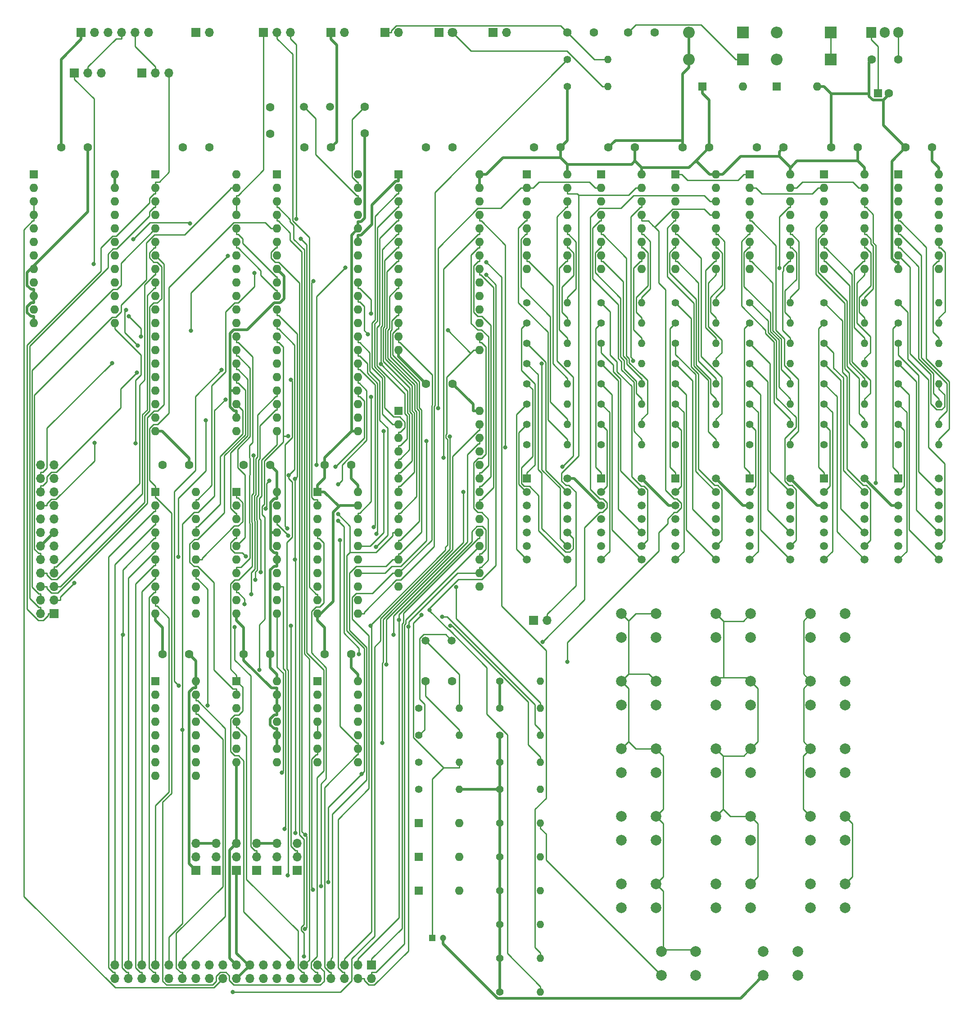
<source format=gbr>
G04 #@! TF.GenerationSoftware,KiCad,Pcbnew,5.1.5+dfsg1-2build2*
G04 #@! TF.CreationDate,2022-02-12T11:59:32-05:00*
G04 #@! TF.ProjectId,6800sbc,36383030-7362-4632-9e6b-696361645f70,rev?*
G04 #@! TF.SameCoordinates,Original*
G04 #@! TF.FileFunction,Copper,L1,Top*
G04 #@! TF.FilePolarity,Positive*
%FSLAX46Y46*%
G04 Gerber Fmt 4.6, Leading zero omitted, Abs format (unit mm)*
G04 Created by KiCad (PCBNEW 5.1.5+dfsg1-2build2) date 2022-02-12 11:59:32*
%MOMM*%
%LPD*%
G04 APERTURE LIST*
%ADD10O,1.400000X1.400000*%
%ADD11C,1.400000*%
%ADD12O,1.700000X1.700000*%
%ADD13R,1.700000X1.700000*%
%ADD14O,1.600000X1.600000*%
%ADD15R,1.600000X1.600000*%
%ADD16O,2.200000X2.200000*%
%ADD17R,2.200000X2.200000*%
%ADD18C,1.500000*%
%ADD19R,1.500000X1.500000*%
%ADD20O,1.905000X2.000000*%
%ADD21R,1.905000X2.000000*%
%ADD22C,2.000000*%
%ADD23C,1.800000*%
%ADD24R,1.800000X1.800000*%
%ADD25C,1.600000*%
%ADD26C,1.200000*%
%ADD27R,1.200000X1.200000*%
%ADD28C,0.800000*%
%ADD29C,0.500000*%
%ADD30C,0.250000*%
G04 APERTURE END LIST*
D10*
X135890000Y-198120000D03*
D11*
X128270000Y-198120000D03*
D10*
X135890000Y-185420000D03*
D11*
X128270000Y-185420000D03*
D10*
X135890000Y-191770000D03*
D11*
X128270000Y-191770000D03*
D10*
X135890000Y-204470000D03*
D11*
X128270000Y-204470000D03*
D10*
X135890000Y-210820000D03*
D11*
X128270000Y-210820000D03*
D10*
X135890000Y-152400000D03*
D11*
X128270000Y-152400000D03*
D10*
X135890000Y-157480000D03*
D11*
X128270000Y-157480000D03*
D10*
X135890000Y-162560000D03*
D11*
X128270000Y-162560000D03*
D10*
X135890000Y-167640000D03*
D11*
X128270000Y-167640000D03*
D10*
X135890000Y-172720000D03*
D11*
X128270000Y-172720000D03*
D10*
X135890000Y-179070000D03*
D11*
X128270000Y-179070000D03*
D12*
X90170000Y-182880000D03*
X90170000Y-185420000D03*
D13*
X90170000Y-187960000D03*
D12*
X86360000Y-182880000D03*
X86360000Y-185420000D03*
D13*
X86360000Y-187960000D03*
D12*
X82550000Y-182880000D03*
X82550000Y-185420000D03*
D13*
X82550000Y-187960000D03*
D12*
X78740000Y-182880000D03*
X78740000Y-185420000D03*
D13*
X78740000Y-187960000D03*
D12*
X74930000Y-182880000D03*
X74930000Y-185420000D03*
D13*
X74930000Y-187960000D03*
D12*
X71120000Y-182880000D03*
X71120000Y-185420000D03*
D13*
X71120000Y-187960000D03*
D14*
X55880000Y-57150000D03*
X40640000Y-85090000D03*
X55880000Y-59690000D03*
X40640000Y-82550000D03*
X55880000Y-62230000D03*
X40640000Y-80010000D03*
X55880000Y-64770000D03*
X40640000Y-77470000D03*
X55880000Y-67310000D03*
X40640000Y-74930000D03*
X55880000Y-69850000D03*
X40640000Y-72390000D03*
X55880000Y-72390000D03*
X40640000Y-69850000D03*
X55880000Y-74930000D03*
X40640000Y-67310000D03*
X55880000Y-77470000D03*
X40640000Y-64770000D03*
X55880000Y-80010000D03*
X40640000Y-62230000D03*
X55880000Y-82550000D03*
X40640000Y-59690000D03*
X55880000Y-85090000D03*
D15*
X40640000Y-57150000D03*
D10*
X210820000Y-81280000D03*
D11*
X203200000Y-81280000D03*
D10*
X210820000Y-85090000D03*
D11*
X203200000Y-85090000D03*
D10*
X210820000Y-88900000D03*
D11*
X203200000Y-88900000D03*
D10*
X210820000Y-92710000D03*
D11*
X203200000Y-92710000D03*
D10*
X210820000Y-96520000D03*
D11*
X203200000Y-96520000D03*
D10*
X210820000Y-100330000D03*
D11*
X203200000Y-100330000D03*
D10*
X210820000Y-104140000D03*
D11*
X203200000Y-104140000D03*
D10*
X210820000Y-107950000D03*
D11*
X203200000Y-107950000D03*
D10*
X196850000Y-81280000D03*
D11*
X189230000Y-81280000D03*
D10*
X196850000Y-85090000D03*
D11*
X189230000Y-85090000D03*
D10*
X196850000Y-88900000D03*
D11*
X189230000Y-88900000D03*
D10*
X196850000Y-92710000D03*
D11*
X189230000Y-92710000D03*
D10*
X196850000Y-96520000D03*
D11*
X189230000Y-96520000D03*
D10*
X196850000Y-100330000D03*
D11*
X189230000Y-100330000D03*
D10*
X196850000Y-104140000D03*
D11*
X189230000Y-104140000D03*
D10*
X196850000Y-107950000D03*
D11*
X189230000Y-107950000D03*
D10*
X182880000Y-81280000D03*
D11*
X175260000Y-81280000D03*
D10*
X182880000Y-85090000D03*
D11*
X175260000Y-85090000D03*
D10*
X182880000Y-88900000D03*
D11*
X175260000Y-88900000D03*
D10*
X182880000Y-92710000D03*
D11*
X175260000Y-92710000D03*
D10*
X182880000Y-96520000D03*
D11*
X175260000Y-96520000D03*
D10*
X182880000Y-100330000D03*
D11*
X175260000Y-100330000D03*
D10*
X182880000Y-104140000D03*
D11*
X175260000Y-104140000D03*
D10*
X182880000Y-107950000D03*
D11*
X175260000Y-107950000D03*
D10*
X168910000Y-81280000D03*
D11*
X161290000Y-81280000D03*
D10*
X168910000Y-85090000D03*
D11*
X161290000Y-85090000D03*
D10*
X168910000Y-88900000D03*
D11*
X161290000Y-88900000D03*
D10*
X168910000Y-92710000D03*
D11*
X161290000Y-92710000D03*
D10*
X168910000Y-96520000D03*
D11*
X161290000Y-96520000D03*
D10*
X168910000Y-100330000D03*
D11*
X161290000Y-100330000D03*
D10*
X168910000Y-104140000D03*
D11*
X161290000Y-104140000D03*
D10*
X168910000Y-107950000D03*
D11*
X161290000Y-107950000D03*
D10*
X154940000Y-81280000D03*
D11*
X147320000Y-81280000D03*
D10*
X154940000Y-85090000D03*
D11*
X147320000Y-85090000D03*
D10*
X154940000Y-88900000D03*
D11*
X147320000Y-88900000D03*
D10*
X154940000Y-92710000D03*
D11*
X147320000Y-92710000D03*
D10*
X154940000Y-96520000D03*
D11*
X147320000Y-96520000D03*
D10*
X154940000Y-100330000D03*
D11*
X147320000Y-100330000D03*
D10*
X154940000Y-104140000D03*
D11*
X147320000Y-104140000D03*
D10*
X154940000Y-107950000D03*
D11*
X147320000Y-107950000D03*
D10*
X140970000Y-81280000D03*
D11*
X133350000Y-81280000D03*
D10*
X140970000Y-85090000D03*
D11*
X133350000Y-85090000D03*
D10*
X140970000Y-88900000D03*
D11*
X133350000Y-88900000D03*
D10*
X140970000Y-92710000D03*
D11*
X133350000Y-92710000D03*
D10*
X140970000Y-96520000D03*
D11*
X133350000Y-96520000D03*
D10*
X140970000Y-100330000D03*
D11*
X133350000Y-100330000D03*
D10*
X140970000Y-104140000D03*
D11*
X133350000Y-104140000D03*
D10*
X140970000Y-107950000D03*
D11*
X133350000Y-107950000D03*
D12*
X129540000Y-30480000D03*
D13*
X127000000Y-30480000D03*
D12*
X137160000Y-140970000D03*
D13*
X134620000Y-140970000D03*
D16*
X180340000Y-30480000D03*
D17*
X190500000Y-30480000D03*
D16*
X180340000Y-35560000D03*
D17*
X190500000Y-35560000D03*
D16*
X163830000Y-35560000D03*
D17*
X173990000Y-35560000D03*
D16*
X163830000Y-30480000D03*
D17*
X173990000Y-30480000D03*
D18*
X96340000Y-44450000D03*
X91440000Y-44450000D03*
X119200000Y-144780000D03*
X114300000Y-144780000D03*
D14*
X86360000Y-152400000D03*
X78740000Y-167640000D03*
X86360000Y-154940000D03*
X78740000Y-165100000D03*
X86360000Y-157480000D03*
X78740000Y-162560000D03*
X86360000Y-160020000D03*
X78740000Y-160020000D03*
X86360000Y-162560000D03*
X78740000Y-157480000D03*
X86360000Y-165100000D03*
X78740000Y-154940000D03*
X86360000Y-167640000D03*
D15*
X78740000Y-152400000D03*
D14*
X71120000Y-152400000D03*
X63500000Y-170180000D03*
X71120000Y-154940000D03*
X63500000Y-167640000D03*
X71120000Y-157480000D03*
X63500000Y-165100000D03*
X71120000Y-160020000D03*
X63500000Y-162560000D03*
X71120000Y-162560000D03*
X63500000Y-160020000D03*
X71120000Y-165100000D03*
X63500000Y-157480000D03*
X71120000Y-167640000D03*
X63500000Y-154940000D03*
X71120000Y-170180000D03*
D15*
X63500000Y-152400000D03*
D14*
X101600000Y-116840000D03*
X93980000Y-139700000D03*
X101600000Y-119380000D03*
X93980000Y-137160000D03*
X101600000Y-121920000D03*
X93980000Y-134620000D03*
X101600000Y-124460000D03*
X93980000Y-132080000D03*
X101600000Y-127000000D03*
X93980000Y-129540000D03*
X101600000Y-129540000D03*
X93980000Y-127000000D03*
X101600000Y-132080000D03*
X93980000Y-124460000D03*
X101600000Y-134620000D03*
X93980000Y-121920000D03*
X101600000Y-137160000D03*
X93980000Y-119380000D03*
X101600000Y-139700000D03*
D15*
X93980000Y-116840000D03*
D14*
X71120000Y-116840000D03*
X63500000Y-139700000D03*
X71120000Y-119380000D03*
X63500000Y-137160000D03*
X71120000Y-121920000D03*
X63500000Y-134620000D03*
X71120000Y-124460000D03*
X63500000Y-132080000D03*
X71120000Y-127000000D03*
X63500000Y-129540000D03*
X71120000Y-129540000D03*
X63500000Y-127000000D03*
X71120000Y-132080000D03*
X63500000Y-124460000D03*
X71120000Y-134620000D03*
X63500000Y-121920000D03*
X71120000Y-137160000D03*
X63500000Y-119380000D03*
X71120000Y-139700000D03*
D15*
X63500000Y-116840000D03*
D14*
X101600000Y-57150000D03*
X86360000Y-105410000D03*
X101600000Y-59690000D03*
X86360000Y-102870000D03*
X101600000Y-62230000D03*
X86360000Y-100330000D03*
X101600000Y-64770000D03*
X86360000Y-97790000D03*
X101600000Y-67310000D03*
X86360000Y-95250000D03*
X101600000Y-69850000D03*
X86360000Y-92710000D03*
X101600000Y-72390000D03*
X86360000Y-90170000D03*
X101600000Y-74930000D03*
X86360000Y-87630000D03*
X101600000Y-77470000D03*
X86360000Y-85090000D03*
X101600000Y-80010000D03*
X86360000Y-82550000D03*
X101600000Y-82550000D03*
X86360000Y-80010000D03*
X101600000Y-85090000D03*
X86360000Y-77470000D03*
X101600000Y-87630000D03*
X86360000Y-74930000D03*
X101600000Y-90170000D03*
X86360000Y-72390000D03*
X101600000Y-92710000D03*
X86360000Y-69850000D03*
X101600000Y-95250000D03*
X86360000Y-67310000D03*
X101600000Y-97790000D03*
X86360000Y-64770000D03*
X101600000Y-100330000D03*
X86360000Y-62230000D03*
X101600000Y-102870000D03*
X86360000Y-59690000D03*
X101600000Y-105410000D03*
D15*
X86360000Y-57150000D03*
D14*
X124460000Y-57150000D03*
X109220000Y-90170000D03*
X124460000Y-59690000D03*
X109220000Y-87630000D03*
X124460000Y-62230000D03*
X109220000Y-85090000D03*
X124460000Y-64770000D03*
X109220000Y-82550000D03*
X124460000Y-67310000D03*
X109220000Y-80010000D03*
X124460000Y-69850000D03*
X109220000Y-77470000D03*
X124460000Y-72390000D03*
X109220000Y-74930000D03*
X124460000Y-74930000D03*
X109220000Y-72390000D03*
X124460000Y-77470000D03*
X109220000Y-69850000D03*
X124460000Y-80010000D03*
X109220000Y-67310000D03*
X124460000Y-82550000D03*
X109220000Y-64770000D03*
X124460000Y-85090000D03*
X109220000Y-62230000D03*
X124460000Y-87630000D03*
X109220000Y-59690000D03*
X124460000Y-90170000D03*
D15*
X109220000Y-57150000D03*
D14*
X124460000Y-101600000D03*
X109220000Y-134620000D03*
X124460000Y-104140000D03*
X109220000Y-132080000D03*
X124460000Y-106680000D03*
X109220000Y-129540000D03*
X124460000Y-109220000D03*
X109220000Y-127000000D03*
X124460000Y-111760000D03*
X109220000Y-124460000D03*
X124460000Y-114300000D03*
X109220000Y-121920000D03*
X124460000Y-116840000D03*
X109220000Y-119380000D03*
X124460000Y-119380000D03*
X109220000Y-116840000D03*
X124460000Y-121920000D03*
X109220000Y-114300000D03*
X124460000Y-124460000D03*
X109220000Y-111760000D03*
X124460000Y-127000000D03*
X109220000Y-109220000D03*
X124460000Y-129540000D03*
X109220000Y-106680000D03*
X124460000Y-132080000D03*
X109220000Y-104140000D03*
X124460000Y-134620000D03*
D15*
X109220000Y-101600000D03*
D14*
X86360000Y-116840000D03*
X78740000Y-139700000D03*
X86360000Y-119380000D03*
X78740000Y-137160000D03*
X86360000Y-121920000D03*
X78740000Y-134620000D03*
X86360000Y-124460000D03*
X78740000Y-132080000D03*
X86360000Y-127000000D03*
X78740000Y-129540000D03*
X86360000Y-129540000D03*
X78740000Y-127000000D03*
X86360000Y-132080000D03*
X78740000Y-124460000D03*
X86360000Y-134620000D03*
X78740000Y-121920000D03*
X86360000Y-137160000D03*
X78740000Y-119380000D03*
X86360000Y-139700000D03*
D15*
X78740000Y-116840000D03*
D14*
X210820000Y-57150000D03*
X203200000Y-74930000D03*
X210820000Y-59690000D03*
X203200000Y-72390000D03*
X210820000Y-62230000D03*
X203200000Y-69850000D03*
X210820000Y-64770000D03*
X203200000Y-67310000D03*
X210820000Y-67310000D03*
X203200000Y-64770000D03*
X210820000Y-69850000D03*
X203200000Y-62230000D03*
X210820000Y-72390000D03*
X203200000Y-59690000D03*
X210820000Y-74930000D03*
D15*
X203200000Y-57150000D03*
D14*
X196850000Y-57150000D03*
X189230000Y-74930000D03*
X196850000Y-59690000D03*
X189230000Y-72390000D03*
X196850000Y-62230000D03*
X189230000Y-69850000D03*
X196850000Y-64770000D03*
X189230000Y-67310000D03*
X196850000Y-67310000D03*
X189230000Y-64770000D03*
X196850000Y-69850000D03*
X189230000Y-62230000D03*
X196850000Y-72390000D03*
X189230000Y-59690000D03*
X196850000Y-74930000D03*
D15*
X189230000Y-57150000D03*
D14*
X182880000Y-57150000D03*
X175260000Y-74930000D03*
X182880000Y-59690000D03*
X175260000Y-72390000D03*
X182880000Y-62230000D03*
X175260000Y-69850000D03*
X182880000Y-64770000D03*
X175260000Y-67310000D03*
X182880000Y-67310000D03*
X175260000Y-64770000D03*
X182880000Y-69850000D03*
X175260000Y-62230000D03*
X182880000Y-72390000D03*
X175260000Y-59690000D03*
X182880000Y-74930000D03*
D15*
X175260000Y-57150000D03*
D14*
X168910000Y-57150000D03*
X161290000Y-74930000D03*
X168910000Y-59690000D03*
X161290000Y-72390000D03*
X168910000Y-62230000D03*
X161290000Y-69850000D03*
X168910000Y-64770000D03*
X161290000Y-67310000D03*
X168910000Y-67310000D03*
X161290000Y-64770000D03*
X168910000Y-69850000D03*
X161290000Y-62230000D03*
X168910000Y-72390000D03*
X161290000Y-59690000D03*
X168910000Y-74930000D03*
D15*
X161290000Y-57150000D03*
D14*
X154940000Y-57150000D03*
X147320000Y-74930000D03*
X154940000Y-59690000D03*
X147320000Y-72390000D03*
X154940000Y-62230000D03*
X147320000Y-69850000D03*
X154940000Y-64770000D03*
X147320000Y-67310000D03*
X154940000Y-67310000D03*
X147320000Y-64770000D03*
X154940000Y-69850000D03*
X147320000Y-62230000D03*
X154940000Y-72390000D03*
X147320000Y-59690000D03*
X154940000Y-74930000D03*
D15*
X147320000Y-57150000D03*
D14*
X140970000Y-57150000D03*
X133350000Y-74930000D03*
X140970000Y-59690000D03*
X133350000Y-72390000D03*
X140970000Y-62230000D03*
X133350000Y-69850000D03*
X140970000Y-64770000D03*
X133350000Y-67310000D03*
X140970000Y-67310000D03*
X133350000Y-64770000D03*
X140970000Y-69850000D03*
X133350000Y-62230000D03*
X140970000Y-72390000D03*
X133350000Y-59690000D03*
X140970000Y-74930000D03*
D15*
X133350000Y-57150000D03*
D18*
X210820000Y-114300000D03*
X210820000Y-116840000D03*
X210820000Y-119380000D03*
X210820000Y-121920000D03*
X210820000Y-124460000D03*
X210820000Y-127000000D03*
X210820000Y-129540000D03*
X203200000Y-129540000D03*
X203200000Y-127000000D03*
X203200000Y-124460000D03*
X203200000Y-121920000D03*
X203200000Y-119380000D03*
X203200000Y-116840000D03*
D19*
X203200000Y-114300000D03*
D18*
X196850000Y-114300000D03*
X196850000Y-116840000D03*
X196850000Y-119380000D03*
X196850000Y-121920000D03*
X196850000Y-124460000D03*
X196850000Y-127000000D03*
X196850000Y-129540000D03*
X189230000Y-129540000D03*
X189230000Y-127000000D03*
X189230000Y-124460000D03*
X189230000Y-121920000D03*
X189230000Y-119380000D03*
X189230000Y-116840000D03*
D19*
X189230000Y-114300000D03*
D18*
X182880000Y-114300000D03*
X182880000Y-116840000D03*
X182880000Y-119380000D03*
X182880000Y-121920000D03*
X182880000Y-124460000D03*
X182880000Y-127000000D03*
X182880000Y-129540000D03*
X175260000Y-129540000D03*
X175260000Y-127000000D03*
X175260000Y-124460000D03*
X175260000Y-121920000D03*
X175260000Y-119380000D03*
X175260000Y-116840000D03*
D19*
X175260000Y-114300000D03*
D18*
X168910000Y-114300000D03*
X168910000Y-116840000D03*
X168910000Y-119380000D03*
X168910000Y-121920000D03*
X168910000Y-124460000D03*
X168910000Y-127000000D03*
X168910000Y-129540000D03*
X161290000Y-129540000D03*
X161290000Y-127000000D03*
X161290000Y-124460000D03*
X161290000Y-121920000D03*
X161290000Y-119380000D03*
X161290000Y-116840000D03*
D19*
X161290000Y-114300000D03*
D18*
X154940000Y-114300000D03*
X154940000Y-116840000D03*
X154940000Y-119380000D03*
X154940000Y-121920000D03*
X154940000Y-124460000D03*
X154940000Y-127000000D03*
X154940000Y-129540000D03*
X147320000Y-129540000D03*
X147320000Y-127000000D03*
X147320000Y-124460000D03*
X147320000Y-121920000D03*
X147320000Y-119380000D03*
X147320000Y-116840000D03*
D19*
X147320000Y-114300000D03*
D18*
X140970000Y-114300000D03*
X140970000Y-116840000D03*
X140970000Y-119380000D03*
X140970000Y-121920000D03*
X140970000Y-124460000D03*
X140970000Y-127000000D03*
X140970000Y-129540000D03*
X133350000Y-129540000D03*
X133350000Y-127000000D03*
X133350000Y-124460000D03*
X133350000Y-121920000D03*
X133350000Y-119380000D03*
X133350000Y-116840000D03*
D19*
X133350000Y-114300000D03*
D14*
X101600000Y-152400000D03*
X93980000Y-167640000D03*
X101600000Y-154940000D03*
X93980000Y-165100000D03*
X101600000Y-157480000D03*
X93980000Y-162560000D03*
X101600000Y-160020000D03*
X93980000Y-160020000D03*
X101600000Y-162560000D03*
X93980000Y-157480000D03*
X101600000Y-165100000D03*
X93980000Y-154940000D03*
X101600000Y-167640000D03*
D15*
X93980000Y-152400000D03*
D14*
X78740000Y-57150000D03*
X63500000Y-105410000D03*
X78740000Y-59690000D03*
X63500000Y-102870000D03*
X78740000Y-62230000D03*
X63500000Y-100330000D03*
X78740000Y-64770000D03*
X63500000Y-97790000D03*
X78740000Y-67310000D03*
X63500000Y-95250000D03*
X78740000Y-69850000D03*
X63500000Y-92710000D03*
X78740000Y-72390000D03*
X63500000Y-90170000D03*
X78740000Y-74930000D03*
X63500000Y-87630000D03*
X78740000Y-77470000D03*
X63500000Y-85090000D03*
X78740000Y-80010000D03*
X63500000Y-82550000D03*
X78740000Y-82550000D03*
X63500000Y-80010000D03*
X78740000Y-85090000D03*
X63500000Y-77470000D03*
X78740000Y-87630000D03*
X63500000Y-74930000D03*
X78740000Y-90170000D03*
X63500000Y-72390000D03*
X78740000Y-92710000D03*
X63500000Y-69850000D03*
X78740000Y-95250000D03*
X63500000Y-67310000D03*
X78740000Y-97790000D03*
X63500000Y-64770000D03*
X78740000Y-100330000D03*
X63500000Y-62230000D03*
X78740000Y-102870000D03*
X63500000Y-59690000D03*
X78740000Y-105410000D03*
D15*
X63500000Y-57150000D03*
D20*
X203200000Y-30480000D03*
X200660000Y-30480000D03*
D21*
X198120000Y-30480000D03*
D22*
X184300000Y-203200000D03*
X184300000Y-207700000D03*
X177800000Y-203200000D03*
X177800000Y-207700000D03*
X165100000Y-203200000D03*
X165100000Y-207700000D03*
X158600000Y-203200000D03*
X158600000Y-207700000D03*
X193190000Y-190500000D03*
X193190000Y-195000000D03*
X186690000Y-190500000D03*
X186690000Y-195000000D03*
X175410000Y-190500000D03*
X175410000Y-195000000D03*
X168910000Y-190500000D03*
X168910000Y-195000000D03*
X157630000Y-190500000D03*
X157630000Y-195000000D03*
X151130000Y-190500000D03*
X151130000Y-195000000D03*
X193190000Y-177800000D03*
X193190000Y-182300000D03*
X186690000Y-177800000D03*
X186690000Y-182300000D03*
X175410000Y-177800000D03*
X175410000Y-182300000D03*
X168910000Y-177800000D03*
X168910000Y-182300000D03*
X157630000Y-177800000D03*
X157630000Y-182300000D03*
X151130000Y-177800000D03*
X151130000Y-182300000D03*
X193190000Y-165100000D03*
X193190000Y-169600000D03*
X186690000Y-165100000D03*
X186690000Y-169600000D03*
X175410000Y-165100000D03*
X175410000Y-169600000D03*
X168910000Y-165100000D03*
X168910000Y-169600000D03*
X157630000Y-165100000D03*
X157630000Y-169600000D03*
X151130000Y-165100000D03*
X151130000Y-169600000D03*
X193190000Y-152400000D03*
X193190000Y-156900000D03*
X186690000Y-152400000D03*
X186690000Y-156900000D03*
X175410000Y-152400000D03*
X175410000Y-156900000D03*
X168910000Y-152400000D03*
X168910000Y-156900000D03*
X157630000Y-152400000D03*
X157630000Y-156900000D03*
X151130000Y-152400000D03*
X151130000Y-156900000D03*
X193190000Y-139700000D03*
X193190000Y-144200000D03*
X186690000Y-139700000D03*
X186690000Y-144200000D03*
X175410000Y-139700000D03*
X175410000Y-144200000D03*
X168910000Y-139700000D03*
X168910000Y-144200000D03*
X157630000Y-139700000D03*
X157630000Y-144200000D03*
X151130000Y-139700000D03*
X151130000Y-144200000D03*
D10*
X120650000Y-167640000D03*
D11*
X113030000Y-167640000D03*
D10*
X120650000Y-172720000D03*
D11*
X113030000Y-172720000D03*
D10*
X120650000Y-162560000D03*
D11*
X113030000Y-162560000D03*
D10*
X120650000Y-157480000D03*
D11*
X113030000Y-157480000D03*
D10*
X148590000Y-40640000D03*
D11*
X140970000Y-40640000D03*
D10*
X148590000Y-35560000D03*
D11*
X140970000Y-35560000D03*
D12*
X73660000Y-30480000D03*
D13*
X71120000Y-30480000D03*
D12*
X62230000Y-30480000D03*
X59690000Y-30480000D03*
X57150000Y-30480000D03*
X54610000Y-30480000D03*
X52070000Y-30480000D03*
D13*
X49530000Y-30480000D03*
D12*
X53340000Y-38100000D03*
X50800000Y-38100000D03*
D13*
X48260000Y-38100000D03*
D12*
X55880000Y-208280000D03*
X55880000Y-205740000D03*
X58420000Y-208280000D03*
X58420000Y-205740000D03*
X60960000Y-208280000D03*
X60960000Y-205740000D03*
X63500000Y-208280000D03*
X63500000Y-205740000D03*
X66040000Y-208280000D03*
X66040000Y-205740000D03*
X68580000Y-208280000D03*
X68580000Y-205740000D03*
X71120000Y-208280000D03*
X71120000Y-205740000D03*
X73660000Y-208280000D03*
X73660000Y-205740000D03*
X76200000Y-208280000D03*
X76200000Y-205740000D03*
X78740000Y-208280000D03*
X78740000Y-205740000D03*
X81280000Y-208280000D03*
X81280000Y-205740000D03*
X83820000Y-208280000D03*
X83820000Y-205740000D03*
X86360000Y-208280000D03*
X86360000Y-205740000D03*
X88900000Y-208280000D03*
X88900000Y-205740000D03*
X91440000Y-208280000D03*
X91440000Y-205740000D03*
X93980000Y-208280000D03*
X93980000Y-205740000D03*
X96520000Y-208280000D03*
X96520000Y-205740000D03*
X99060000Y-208280000D03*
X99060000Y-205740000D03*
X101600000Y-208280000D03*
X101600000Y-205740000D03*
X104140000Y-208280000D03*
D13*
X104140000Y-205740000D03*
D12*
X88900000Y-30480000D03*
X86360000Y-30480000D03*
D13*
X83820000Y-30480000D03*
D12*
X66040000Y-38100000D03*
X63500000Y-38100000D03*
D13*
X60960000Y-38100000D03*
D12*
X41910000Y-111760000D03*
X44450000Y-111760000D03*
X41910000Y-114300000D03*
X44450000Y-114300000D03*
X41910000Y-116840000D03*
X44450000Y-116840000D03*
X41910000Y-119380000D03*
X44450000Y-119380000D03*
X41910000Y-121920000D03*
X44450000Y-121920000D03*
X41910000Y-124460000D03*
X44450000Y-124460000D03*
X41910000Y-127000000D03*
X44450000Y-127000000D03*
X41910000Y-129540000D03*
X44450000Y-129540000D03*
X41910000Y-132080000D03*
X44450000Y-132080000D03*
X41910000Y-134620000D03*
X44450000Y-134620000D03*
X41910000Y-137160000D03*
X44450000Y-137160000D03*
X41910000Y-139700000D03*
D13*
X44450000Y-139700000D03*
D12*
X99060000Y-30480000D03*
D13*
X96520000Y-30480000D03*
D12*
X109220000Y-30480000D03*
D13*
X106680000Y-30480000D03*
D14*
X120650000Y-191770000D03*
D15*
X113030000Y-191770000D03*
D14*
X120650000Y-185420000D03*
D15*
X113030000Y-185420000D03*
D14*
X120650000Y-179070000D03*
D15*
X113030000Y-179070000D03*
D23*
X119380000Y-30480000D03*
D24*
X116840000Y-30480000D03*
D14*
X187960000Y-40640000D03*
D15*
X180340000Y-40640000D03*
D14*
X173990000Y-40640000D03*
D15*
X166370000Y-40640000D03*
D25*
X102870000Y-49450000D03*
X102870000Y-44450000D03*
X85090000Y-44530000D03*
X85090000Y-49530000D03*
D26*
X117570000Y-200660000D03*
D27*
X115570000Y-200660000D03*
D25*
X119300000Y-152400000D03*
X114300000Y-152400000D03*
X95330000Y-147320000D03*
X100330000Y-147320000D03*
X114380000Y-52070000D03*
X119380000Y-52070000D03*
X91520000Y-52070000D03*
X96520000Y-52070000D03*
X68660000Y-52070000D03*
X73660000Y-52070000D03*
X64850000Y-111760000D03*
X69850000Y-111760000D03*
X176610000Y-52070000D03*
X181610000Y-52070000D03*
X95330000Y-111760000D03*
X100330000Y-111760000D03*
X64850000Y-147320000D03*
X69850000Y-147320000D03*
X114380000Y-96520000D03*
X119380000Y-96520000D03*
X204550000Y-52070000D03*
X209550000Y-52070000D03*
X45800000Y-52070000D03*
X50800000Y-52070000D03*
X190580000Y-52070000D03*
X195580000Y-52070000D03*
X80090000Y-111760000D03*
X85090000Y-111760000D03*
X148670000Y-52070000D03*
X153670000Y-52070000D03*
X80090000Y-147320000D03*
X85090000Y-147320000D03*
X134700000Y-52070000D03*
X139700000Y-52070000D03*
X162640000Y-52070000D03*
X167640000Y-52070000D03*
X157400000Y-30480000D03*
X152400000Y-30480000D03*
X198200000Y-35560000D03*
X203200000Y-35560000D03*
X201390000Y-41910000D03*
D15*
X199390000Y-41910000D03*
D25*
X145970000Y-30480000D03*
X140970000Y-30480000D03*
D28*
X113489300Y-139946400D03*
X97850600Y-121004400D03*
X95989900Y-190136200D03*
X102271900Y-169818200D03*
X93142500Y-77190200D03*
X59327800Y-69321700D03*
X69994700Y-66387800D03*
X94581600Y-190894300D03*
X89755500Y-180964800D03*
X89690500Y-114384300D03*
X89690500Y-129540000D03*
X55300900Y-92606200D03*
X59961100Y-94382000D03*
X52002100Y-107591900D03*
X51829800Y-74022900D03*
X88970100Y-141967400D03*
X78390900Y-142222800D03*
X48207200Y-133939700D03*
X89999100Y-65541900D03*
X91432900Y-204114300D03*
X91608700Y-198931800D03*
X91648000Y-181298000D03*
X97840600Y-115379200D03*
X97292100Y-112105700D03*
X84894900Y-114722200D03*
X84233500Y-119942600D03*
X108282900Y-143681900D03*
X57367500Y-143680600D03*
X88913500Y-95727700D03*
X88239200Y-123717900D03*
X83305400Y-131863100D03*
X72939800Y-103396300D03*
X67758700Y-129065500D03*
X82288100Y-133327900D03*
X117655900Y-110368200D03*
X129277300Y-108412800D03*
X81492400Y-136034700D03*
X118833700Y-106376900D03*
X78000000Y-210839700D03*
X76640200Y-99438100D03*
X68520800Y-161574100D03*
X75941000Y-93922800D03*
X67848800Y-153239000D03*
X105843200Y-92826000D03*
X83025600Y-150238900D03*
X88477300Y-106298900D03*
X88553300Y-113707200D03*
X88385900Y-188843700D03*
X93133600Y-191579200D03*
X125732100Y-73660000D03*
X125671400Y-76018700D03*
X115042300Y-139052300D03*
X99212600Y-74636400D03*
X93754000Y-111748100D03*
X81952900Y-109939900D03*
X59703700Y-107697500D03*
X70160000Y-86504600D03*
X77083100Y-72470400D03*
X58472600Y-83838600D03*
X60730800Y-87611200D03*
X90784600Y-69237000D03*
X88458900Y-125024900D03*
X98191600Y-125860500D03*
X104001400Y-83308900D03*
X103462100Y-87155700D03*
X118482100Y-86460100D03*
X103959700Y-142000500D03*
X111007900Y-142144300D03*
X104966000Y-127136600D03*
X109283100Y-140880200D03*
X105056900Y-124747200D03*
X57927100Y-82584100D03*
X60148700Y-89293400D03*
X104487700Y-123413700D03*
X140913300Y-148730100D03*
X139980800Y-112105300D03*
X114431200Y-107302400D03*
X116605300Y-101043800D03*
X106371300Y-105386800D03*
X104041900Y-98947000D03*
X153259900Y-92177100D03*
X136302500Y-144988000D03*
X180852400Y-74771100D03*
X198896200Y-115134800D03*
X106132400Y-163974700D03*
X106898500Y-149269000D03*
X121412100Y-116840000D03*
X82128100Y-75651500D03*
X73312900Y-156921200D03*
X136134700Y-92728700D03*
X87739900Y-180195300D03*
X87216600Y-169574300D03*
X118960500Y-141953200D03*
X80230300Y-137937500D03*
X117375600Y-140265900D03*
X120027100Y-134696500D03*
X80506800Y-128963100D03*
X97865900Y-122288200D03*
X101769600Y-147315800D03*
D29*
X97972500Y-119582100D02*
X96902400Y-120652200D01*
X96902400Y-120652200D02*
X96902400Y-137402700D01*
X96902400Y-137402700D02*
X93980000Y-140325100D01*
X100349700Y-119380000D02*
X98174600Y-119380000D01*
X98174600Y-119380000D02*
X97972500Y-119582100D01*
X97972500Y-119582100D02*
X95230300Y-116840000D01*
X93980000Y-116840000D02*
X95230300Y-116840000D01*
X93980000Y-116840000D02*
X93980000Y-115589700D01*
X95330000Y-111760000D02*
X95330000Y-114239700D01*
X95330000Y-114239700D02*
X93980000Y-115589700D01*
X100349700Y-105410000D02*
X95330000Y-110429700D01*
X95330000Y-110429700D02*
X95330000Y-111760000D01*
X80090000Y-147320000D02*
X80090000Y-148505800D01*
X80090000Y-148505800D02*
X85273900Y-153689700D01*
X85273900Y-153689700D02*
X86360000Y-153689700D01*
X200376500Y-43160400D02*
X201390000Y-42146900D01*
X201390000Y-42146900D02*
X201390000Y-41910000D01*
X197700100Y-42009700D02*
X197700100Y-42477800D01*
X197700100Y-42477800D02*
X198382700Y-43160400D01*
X198382700Y-43160400D02*
X200376500Y-43160400D01*
X200376500Y-43160400D02*
X200376500Y-47896500D01*
X200376500Y-47896500D02*
X204550000Y-52070000D01*
X198200000Y-35560000D02*
X197700100Y-36059900D01*
X197700100Y-36059900D02*
X197700100Y-42009700D01*
X190580000Y-42009700D02*
X197700100Y-42009700D01*
X190580000Y-42009700D02*
X189210300Y-40640000D01*
X190580000Y-52070000D02*
X190580000Y-42009700D01*
X187960000Y-40640000D02*
X189210300Y-40640000D01*
X86360000Y-157480000D02*
X86360000Y-158730300D01*
X86360000Y-158730300D02*
X85813000Y-158730300D01*
X85813000Y-158730300D02*
X85070400Y-159472900D01*
X85070400Y-159472900D02*
X85070400Y-160564000D01*
X85070400Y-160564000D02*
X85816100Y-161309700D01*
X85816100Y-161309700D02*
X86360000Y-161309700D01*
X86360000Y-157480000D02*
X86360000Y-154940000D01*
X78740000Y-140950300D02*
X80090000Y-142300300D01*
X80090000Y-142300300D02*
X80090000Y-147320000D01*
X86360000Y-154940000D02*
X86360000Y-153689700D01*
X162640000Y-50768100D02*
X162640000Y-38300300D01*
X162640000Y-38300300D02*
X163830000Y-37110300D01*
X162640000Y-52070000D02*
X162640000Y-50768100D01*
X162640000Y-50768100D02*
X149971900Y-50768100D01*
X149971900Y-50768100D02*
X148670000Y-52070000D01*
X117570000Y-200660000D02*
X117570000Y-201753300D01*
X117570000Y-201753300D02*
X127805500Y-211988800D01*
X127805500Y-211988800D02*
X173511200Y-211988800D01*
X173511200Y-211988800D02*
X177800000Y-207700000D01*
X101600000Y-119380000D02*
X100349700Y-119380000D01*
X49530000Y-30480000D02*
X49530000Y-31780300D01*
X45800000Y-52070000D02*
X45800000Y-35510300D01*
X45800000Y-35510300D02*
X49530000Y-31780300D01*
X78740000Y-182880000D02*
X77439600Y-184180400D01*
X77439600Y-184180400D02*
X77439600Y-204439600D01*
X77439600Y-204439600D02*
X78740000Y-205740000D01*
X78740000Y-167640000D02*
X78740000Y-182880000D01*
X109220000Y-90170000D02*
X109220000Y-91420300D01*
X114380000Y-96520000D02*
X109280300Y-91420300D01*
X109280300Y-91420300D02*
X109220000Y-91420300D01*
X101600000Y-67310000D02*
X101600000Y-66059700D01*
X102870000Y-49450000D02*
X102870000Y-65333600D01*
X102870000Y-65333600D02*
X102143900Y-66059700D01*
X102143900Y-66059700D02*
X101600000Y-66059700D01*
X93980000Y-140325100D02*
X93980000Y-140950300D01*
X93980000Y-139700000D02*
X93980000Y-140325100D01*
X100349700Y-105410000D02*
X100349700Y-68560300D01*
X100349700Y-68560300D02*
X101600000Y-67310000D01*
X101600000Y-105410000D02*
X100349700Y-105410000D01*
X86360000Y-182880000D02*
X82550000Y-182880000D01*
X63500000Y-140950300D02*
X64850000Y-142300300D01*
X64850000Y-142300300D02*
X64850000Y-147320000D01*
X203200000Y-74930000D02*
X203200000Y-73679700D01*
X71120000Y-182880000D02*
X74930000Y-182880000D01*
X55880000Y-59690000D02*
X55880000Y-57150000D01*
X163830000Y-30480000D02*
X163830000Y-35560000D01*
X86360000Y-165100000D02*
X86360000Y-162560000D01*
X86360000Y-162560000D02*
X86360000Y-161309700D01*
X203200000Y-73679700D02*
X202653000Y-73679700D01*
X202653000Y-73679700D02*
X201949600Y-72976300D01*
X201949600Y-72976300D02*
X201949600Y-54670400D01*
X201949600Y-54670400D02*
X204550000Y-52070000D01*
X95330000Y-147320000D02*
X95330000Y-142300300D01*
X95330000Y-142300300D02*
X93980000Y-140950300D01*
X63500000Y-139700000D02*
X63500000Y-140950300D01*
X78740000Y-139700000D02*
X78740000Y-140950300D01*
X163830000Y-35560000D02*
X163830000Y-37110300D01*
D30*
X140970000Y-30480000D02*
X139708100Y-29218100D01*
X139708100Y-29218100D02*
X108749900Y-29218100D01*
X108749900Y-29218100D02*
X107855300Y-30112700D01*
X107855300Y-30112700D02*
X107855300Y-30480000D01*
X140970000Y-30480000D02*
X146050000Y-35560000D01*
X146050000Y-35560000D02*
X148590000Y-35560000D01*
X106680000Y-30480000D02*
X107855300Y-30480000D01*
X190500000Y-35560000D02*
X190500000Y-30480000D01*
X198120000Y-30480000D02*
X198120000Y-31805300D01*
X199390000Y-41910000D02*
X199390000Y-33075300D01*
X199390000Y-33075300D02*
X198120000Y-31805300D01*
D29*
X44450000Y-124460000D02*
X41910000Y-127000000D01*
X139700000Y-53994700D02*
X140970000Y-55264700D01*
X139700000Y-52070000D02*
X139700000Y-53994700D01*
X139700000Y-53994700D02*
X128865600Y-53994700D01*
X128865600Y-53994700D02*
X125710300Y-57150000D01*
X124460000Y-57150000D02*
X125710300Y-57150000D01*
X128270000Y-172720000D02*
X121800300Y-172720000D01*
X120650000Y-172720000D02*
X121800300Y-172720000D01*
X128270000Y-172720000D02*
X128270000Y-179070000D01*
X86360000Y-152400000D02*
X86360000Y-151149700D01*
X85090000Y-147320000D02*
X85090000Y-149879700D01*
X85090000Y-149879700D02*
X86360000Y-151149700D01*
X86360000Y-115589700D02*
X86360000Y-113030000D01*
X86360000Y-113030000D02*
X85090000Y-111760000D01*
X128270000Y-162560000D02*
X128270000Y-167640000D01*
X50800000Y-52070000D02*
X50800000Y-64144800D01*
X50800000Y-64144800D02*
X40640000Y-74304800D01*
X40640000Y-80010000D02*
X40640000Y-78759700D01*
X40640000Y-74304800D02*
X39350400Y-75594400D01*
X39350400Y-75594400D02*
X39350400Y-78014000D01*
X39350400Y-78014000D02*
X40096100Y-78759700D01*
X40096100Y-78759700D02*
X40640000Y-78759700D01*
X40640000Y-74930000D02*
X40640000Y-74304800D01*
X168910000Y-57150000D02*
X170160300Y-57150000D01*
X182889900Y-55889800D02*
X180790000Y-53790000D01*
X180790000Y-53790000D02*
X173520300Y-53790000D01*
X173520300Y-53790000D02*
X170160300Y-57150000D01*
X180790000Y-53790000D02*
X180790000Y-52890000D01*
X180790000Y-52890000D02*
X181610000Y-52070000D01*
X165109900Y-54600100D02*
X163810300Y-55899700D01*
X163810300Y-55899700D02*
X154940000Y-55899700D01*
X167640000Y-52070000D02*
X165109900Y-54600100D01*
X165109900Y-54600100D02*
X167659700Y-57150000D01*
X168910000Y-57150000D02*
X167659700Y-57150000D01*
X167640000Y-52070000D02*
X167640000Y-43160300D01*
X167640000Y-43160300D02*
X166370000Y-41890300D01*
X166370000Y-40640000D02*
X166370000Y-41890300D01*
X140970000Y-55264700D02*
X153035000Y-55264700D01*
X153035000Y-55264700D02*
X153670000Y-54629700D01*
X140970000Y-55264700D02*
X140970000Y-55899700D01*
X153670000Y-54629700D02*
X153670000Y-52070000D01*
X154940000Y-55899700D02*
X153670000Y-54629700D01*
X154940000Y-57150000D02*
X154940000Y-55899700D01*
X86360000Y-116840000D02*
X86360000Y-115589700D01*
X86360000Y-129540000D02*
X86360000Y-130790300D01*
X85090000Y-147320000D02*
X85090000Y-131516400D01*
X85090000Y-131516400D02*
X85816100Y-130790300D01*
X85816100Y-130790300D02*
X86360000Y-130790300D01*
X85109700Y-124460000D02*
X85109700Y-127583300D01*
X85109700Y-127583300D02*
X85816100Y-128289700D01*
X85816100Y-128289700D02*
X86360000Y-128289700D01*
X86360000Y-118090300D02*
X85816100Y-118090300D01*
X85816100Y-118090300D02*
X85109700Y-118796700D01*
X85109700Y-118796700D02*
X85109700Y-124460000D01*
X86360000Y-129540000D02*
X86360000Y-128289700D01*
X86360000Y-124460000D02*
X85109700Y-124460000D01*
X78740000Y-101619700D02*
X78244900Y-101619700D01*
X78244900Y-101619700D02*
X77489700Y-100864500D01*
X77489700Y-100864500D02*
X77489700Y-99791200D01*
X77489700Y-99791200D02*
X77490500Y-99790400D01*
X77490500Y-99790400D02*
X77490500Y-98631600D01*
X77490500Y-98631600D02*
X77489700Y-98630800D01*
X77489700Y-98630800D02*
X77489700Y-97790000D01*
X71120000Y-187960000D02*
X69819600Y-186659600D01*
X69819600Y-186659600D02*
X69819600Y-154403700D01*
X69819600Y-154403700D02*
X70573000Y-153650300D01*
X70573000Y-153650300D02*
X71120000Y-153650300D01*
X69850000Y-111760000D02*
X69850000Y-110509700D01*
X69850000Y-110509700D02*
X64750300Y-105410000D01*
X40640000Y-80010000D02*
X40640000Y-81260300D01*
X210820000Y-57150000D02*
X210820000Y-55899700D01*
X210820000Y-55899700D02*
X209550000Y-54629700D01*
X209550000Y-54629700D02*
X209550000Y-52070000D01*
X182889900Y-55889800D02*
X184150000Y-54629700D01*
X184150000Y-54629700D02*
X195580000Y-54629700D01*
X182880000Y-56074800D02*
X182880000Y-55899700D01*
X182880000Y-55899700D02*
X182889900Y-55889800D01*
X195580000Y-54629700D02*
X195580000Y-52070000D01*
X196850000Y-55899700D02*
X195580000Y-54629700D01*
X182880000Y-57150000D02*
X182880000Y-56074800D01*
X196850000Y-57150000D02*
X196850000Y-55899700D01*
X140970000Y-114300000D02*
X142240000Y-114300000D01*
X142240000Y-114300000D02*
X147320000Y-119380000D01*
X139700000Y-52070000D02*
X140970000Y-50800000D01*
X140970000Y-50800000D02*
X140970000Y-40640000D01*
X140970000Y-57150000D02*
X140970000Y-55899700D01*
X101600000Y-116840000D02*
X101600000Y-115589700D01*
X100330000Y-111760000D02*
X100330000Y-114319700D01*
X100330000Y-114319700D02*
X101600000Y-115589700D01*
X86360000Y-74930000D02*
X87663800Y-76233800D01*
X87663800Y-76233800D02*
X87663800Y-80532400D01*
X87663800Y-80532400D02*
X86916200Y-81280000D01*
X86916200Y-81280000D02*
X85787200Y-81280000D01*
X85787200Y-81280000D02*
X80707200Y-86360000D01*
X80707200Y-86360000D02*
X78193400Y-86360000D01*
X78193400Y-86360000D02*
X77489700Y-87063700D01*
X77489700Y-87063700D02*
X77489700Y-97790000D01*
X78740000Y-97790000D02*
X77489700Y-97790000D01*
X78740000Y-102870000D02*
X78740000Y-101619700D01*
X71120000Y-152400000D02*
X71120000Y-153650300D01*
X71120000Y-152400000D02*
X71120000Y-148590000D01*
X71120000Y-148590000D02*
X69850000Y-147320000D01*
X40640000Y-85090000D02*
X40640000Y-83839700D01*
X40640000Y-81260300D02*
X40093000Y-81260300D01*
X40093000Y-81260300D02*
X39350400Y-82002900D01*
X39350400Y-82002900D02*
X39350400Y-83094000D01*
X39350400Y-83094000D02*
X40096100Y-83839700D01*
X40096100Y-83839700D02*
X40640000Y-83839700D01*
X109220000Y-58400300D02*
X108686400Y-58400300D01*
X108686400Y-58400300D02*
X104169300Y-62917400D01*
X104169300Y-62917400D02*
X104169300Y-66577500D01*
X104169300Y-66577500D02*
X102147100Y-68599700D01*
X102147100Y-68599700D02*
X101600000Y-68599700D01*
X101600000Y-152400000D02*
X101600000Y-151149700D01*
X100330000Y-147320000D02*
X100330000Y-149879700D01*
X100330000Y-149879700D02*
X101600000Y-151149700D01*
X78740000Y-187960000D02*
X78740000Y-189260300D01*
X80980900Y-205740000D02*
X78740000Y-203499100D01*
X78740000Y-203499100D02*
X78740000Y-189260300D01*
X128270000Y-191770000D02*
X128270000Y-198120000D01*
X128270000Y-185420000D02*
X128270000Y-191770000D01*
X128270000Y-204470000D02*
X128270000Y-198120000D01*
X128270000Y-210820000D02*
X128270000Y-204470000D01*
X128270000Y-157480000D02*
X128270000Y-152400000D01*
X128270000Y-167640000D02*
X128270000Y-172720000D01*
X128270000Y-179070000D02*
X128270000Y-185420000D01*
X96520000Y-30480000D02*
X96520000Y-31780300D01*
X96520000Y-31780300D02*
X97576100Y-32836400D01*
X97576100Y-32836400D02*
X97576100Y-51013900D01*
X97576100Y-51013900D02*
X96520000Y-52070000D01*
X86360000Y-116840000D02*
X86360000Y-118090300D01*
X109220000Y-57150000D02*
X109220000Y-58400300D01*
X101600000Y-69850000D02*
X101600000Y-68599700D01*
X63500000Y-105410000D02*
X64750300Y-105410000D01*
X124460000Y-59690000D02*
X124460000Y-57150000D01*
X196850000Y-114300000D02*
X201930000Y-119380000D01*
X201930000Y-119380000D02*
X203200000Y-119380000D01*
X182880000Y-114300000D02*
X187960000Y-119380000D01*
X187960000Y-119380000D02*
X189230000Y-119380000D01*
X168910000Y-114300000D02*
X173990000Y-119380000D01*
X173990000Y-119380000D02*
X175260000Y-119380000D01*
X154940000Y-114300000D02*
X160020000Y-119380000D01*
X160020000Y-119380000D02*
X161290000Y-119380000D01*
X78740000Y-208280000D02*
X80980900Y-206039100D01*
X80980900Y-206039100D02*
X80980900Y-205740000D01*
X81280000Y-205740000D02*
X80980900Y-205740000D01*
X124460000Y-101600000D02*
X123209700Y-101600000D01*
X119380000Y-96520000D02*
X123209700Y-100349700D01*
X123209700Y-100349700D02*
X123209700Y-101600000D01*
D30*
X173990000Y-35560000D02*
X172564700Y-35560000D01*
X152400000Y-30480000D02*
X153840100Y-29039900D01*
X153840100Y-29039900D02*
X166044600Y-29039900D01*
X166044600Y-29039900D02*
X172564700Y-35560000D01*
X120650000Y-162560000D02*
X120650000Y-161534700D01*
X114300000Y-152400000D02*
X114300000Y-155184700D01*
X114300000Y-155184700D02*
X120650000Y-161534700D01*
X117647600Y-168665300D02*
X111989900Y-163007600D01*
X111989900Y-163007600D02*
X111989900Y-141445800D01*
X111989900Y-141445800D02*
X113489300Y-139946400D01*
X117647600Y-168665300D02*
X115570000Y-170742900D01*
X115570000Y-170742900D02*
X115570000Y-199734700D01*
X120650000Y-168665300D02*
X117647600Y-168665300D01*
X115570000Y-200660000D02*
X115570000Y-199734700D01*
X120650000Y-167640000D02*
X120650000Y-168665300D01*
X101600000Y-62230000D02*
X101600000Y-61104700D01*
X91440000Y-44450000D02*
X93617900Y-46627900D01*
X93617900Y-46627900D02*
X93617900Y-53403900D01*
X93617900Y-53403900D02*
X101318700Y-61104700D01*
X101318700Y-61104700D02*
X101600000Y-61104700D01*
X101600000Y-59690000D02*
X101600000Y-58564700D01*
X101600000Y-58564700D02*
X101362900Y-58564700D01*
X101362900Y-58564700D02*
X100474700Y-57676500D01*
X100474700Y-57676500D02*
X100474700Y-46845300D01*
X100474700Y-46845300D02*
X102870000Y-44450000D01*
X140970000Y-35560000D02*
X116030000Y-60500000D01*
X116030000Y-60500000D02*
X116030000Y-100593400D01*
X116030000Y-100593400D02*
X115880000Y-100743400D01*
X115880000Y-100743400D02*
X115880000Y-127076700D01*
X115880000Y-127076700D02*
X109606700Y-133350000D01*
X109606700Y-133350000D02*
X108794000Y-133350000D01*
X108794000Y-133350000D02*
X102725300Y-139418700D01*
X102725300Y-139418700D02*
X102725300Y-139700000D01*
X101600000Y-139700000D02*
X102725300Y-139700000D01*
X100077000Y-128150900D02*
X104977500Y-128150900D01*
X104977500Y-128150900D02*
X108094700Y-125033700D01*
X108094700Y-125033700D02*
X108094700Y-124460000D01*
X100077000Y-128150900D02*
X99454000Y-128773900D01*
X99454000Y-128773900D02*
X99454000Y-142939500D01*
X99454000Y-142939500D02*
X102733500Y-146219000D01*
X102733500Y-146219000D02*
X102733500Y-169356600D01*
X102733500Y-169356600D02*
X102271900Y-169818200D01*
X100077000Y-128150900D02*
X100077000Y-123230800D01*
X100077000Y-123230800D02*
X97850600Y-121004400D01*
X102271900Y-169818200D02*
X95989900Y-176100200D01*
X95989900Y-176100200D02*
X95989900Y-190136200D01*
X109220000Y-124460000D02*
X108094700Y-124460000D01*
X93980000Y-118254700D02*
X93276700Y-118254700D01*
X93276700Y-118254700D02*
X92844600Y-117822600D01*
X92844600Y-117822600D02*
X92844600Y-77488100D01*
X92844600Y-77488100D02*
X93142500Y-77190200D01*
X93980000Y-119380000D02*
X93980000Y-118254700D01*
X69994700Y-66387800D02*
X69791500Y-66184600D01*
X69791500Y-66184600D02*
X62464900Y-66184600D01*
X62464900Y-66184600D02*
X59327800Y-69321700D01*
X78740000Y-67310000D02*
X78740000Y-68435300D01*
X86360000Y-77470000D02*
X86360000Y-76344700D01*
X86360000Y-76344700D02*
X86148000Y-76344700D01*
X86148000Y-76344700D02*
X79865300Y-70062000D01*
X79865300Y-70062000D02*
X79865300Y-69279200D01*
X79865300Y-69279200D02*
X79021400Y-68435300D01*
X79021400Y-68435300D02*
X78740000Y-68435300D01*
X93980000Y-124460000D02*
X93980000Y-125585300D01*
X94581600Y-190894300D02*
X94581600Y-171658600D01*
X94581600Y-171658600D02*
X95559900Y-170680300D01*
X95559900Y-170680300D02*
X95559900Y-149845100D01*
X95559900Y-149845100D02*
X92803300Y-147088500D01*
X92803300Y-147088500D02*
X92803300Y-139268100D01*
X92803300Y-139268100D02*
X93685400Y-138386000D01*
X93685400Y-138386000D02*
X94395500Y-138386000D01*
X94395500Y-138386000D02*
X95105300Y-137676200D01*
X95105300Y-137676200D02*
X95105300Y-126429200D01*
X95105300Y-126429200D02*
X94261400Y-125585300D01*
X94261400Y-125585300D02*
X93980000Y-125585300D01*
X109220000Y-78595300D02*
X108938600Y-78595300D01*
X108938600Y-78595300D02*
X107470700Y-80063200D01*
X107470700Y-80063200D02*
X107470700Y-86136400D01*
X107470700Y-86136400D02*
X107194100Y-86413000D01*
X107194100Y-86413000D02*
X107194100Y-91688900D01*
X107194100Y-91688900D02*
X112194000Y-96688800D01*
X112194000Y-96688800D02*
X112194000Y-101381500D01*
X112194000Y-101381500D02*
X112596800Y-101784300D01*
X112596800Y-101784300D02*
X112596800Y-117699300D01*
X112596800Y-117699300D02*
X109501400Y-120794700D01*
X109501400Y-120794700D02*
X109220000Y-120794700D01*
X86360000Y-78884700D02*
X86078600Y-78884700D01*
X86078600Y-78884700D02*
X83318100Y-76124200D01*
X83318100Y-76124200D02*
X83318100Y-75281000D01*
X83318100Y-75281000D02*
X79012400Y-70975300D01*
X79012400Y-70975300D02*
X78740000Y-70975300D01*
X109220000Y-77470000D02*
X109220000Y-78595300D01*
X109220000Y-121920000D02*
X109220000Y-120794700D01*
X86360000Y-80010000D02*
X86360000Y-78884700D01*
X78740000Y-69850000D02*
X78740000Y-70975300D01*
X148590000Y-40640000D02*
X147564700Y-40640000D01*
X119380000Y-30480000D02*
X122856100Y-33956100D01*
X122856100Y-33956100D02*
X140880800Y-33956100D01*
X140880800Y-33956100D02*
X147564700Y-40640000D01*
X89755500Y-180964800D02*
X89755500Y-129605000D01*
X89755500Y-129605000D02*
X89690500Y-129540000D01*
X89690500Y-114384300D02*
X90103200Y-113971600D01*
X90103200Y-113971600D02*
X90103200Y-87137100D01*
X90103200Y-87137100D02*
X86641400Y-83675300D01*
X86641400Y-83675300D02*
X86360000Y-83675300D01*
X89690500Y-114384300D02*
X89690500Y-129540000D01*
X86360000Y-82550000D02*
X86360000Y-83675300D01*
X41910000Y-114300000D02*
X41910000Y-113124700D01*
X55300900Y-92606200D02*
X43085300Y-104821800D01*
X43085300Y-104821800D02*
X43085300Y-112316800D01*
X43085300Y-112316800D02*
X42277400Y-113124700D01*
X42277400Y-113124700D02*
X41910000Y-113124700D01*
X41910000Y-116840000D02*
X41910000Y-115664700D01*
X41910000Y-115664700D02*
X42277400Y-115664700D01*
X42277400Y-115664700D02*
X43085300Y-114856800D01*
X43085300Y-114856800D02*
X43085300Y-113936500D01*
X43085300Y-113936500D02*
X43897200Y-113124600D01*
X43897200Y-113124600D02*
X44799300Y-113124600D01*
X44799300Y-113124600D02*
X56920700Y-101003200D01*
X56920700Y-101003200D02*
X56920700Y-97422400D01*
X56920700Y-97422400D02*
X59961100Y-94382000D01*
X43085300Y-119380000D02*
X43085300Y-119012600D01*
X43085300Y-119012600D02*
X43893200Y-118204700D01*
X43893200Y-118204700D02*
X44766500Y-118204700D01*
X44766500Y-118204700D02*
X52002100Y-110969100D01*
X52002100Y-110969100D02*
X52002100Y-107591900D01*
X41910000Y-119380000D02*
X43085300Y-119380000D01*
X78740000Y-59690000D02*
X77614700Y-59690000D01*
X41910000Y-129540000D02*
X41910000Y-128364700D01*
X41910000Y-128364700D02*
X41542700Y-128364700D01*
X41542700Y-128364700D02*
X40728300Y-127550300D01*
X40728300Y-127550300D02*
X40728300Y-98597500D01*
X40728300Y-98597500D02*
X55361200Y-83964600D01*
X55361200Y-83964600D02*
X56057000Y-83964600D01*
X56057000Y-83964600D02*
X57020300Y-83001300D01*
X57020300Y-83001300D02*
X57020300Y-81721200D01*
X57020300Y-81721200D02*
X61779800Y-76961700D01*
X61779800Y-76961700D02*
X61779800Y-69977000D01*
X61779800Y-69977000D02*
X63301400Y-68455400D01*
X63301400Y-68455400D02*
X68990000Y-68455400D01*
X68990000Y-68455400D02*
X77614700Y-59830700D01*
X77614700Y-59830700D02*
X77614700Y-59690000D01*
X48260000Y-39275300D02*
X51943100Y-42958400D01*
X51943100Y-42958400D02*
X51943100Y-73909600D01*
X51943100Y-73909600D02*
X51829800Y-74022900D01*
X43085300Y-132080000D02*
X43085300Y-132447300D01*
X43085300Y-132447300D02*
X43898100Y-133260100D01*
X43898100Y-133260100D02*
X44940300Y-133260100D01*
X44940300Y-133260100D02*
X61023800Y-117176600D01*
X61023800Y-117176600D02*
X61023800Y-102310600D01*
X61023800Y-102310600D02*
X61924400Y-101410000D01*
X61924400Y-101410000D02*
X61924400Y-79889500D01*
X61924400Y-79889500D02*
X63218600Y-78595300D01*
X63218600Y-78595300D02*
X63500000Y-78595300D01*
X48260000Y-38100000D02*
X48260000Y-39275300D01*
X63500000Y-77470000D02*
X63500000Y-78595300D01*
X41910000Y-132080000D02*
X43085300Y-132080000D01*
X90170000Y-184244700D02*
X89802700Y-184244700D01*
X89802700Y-184244700D02*
X88970100Y-183412100D01*
X88970100Y-183412100D02*
X88970100Y-141967400D01*
X90170000Y-185420000D02*
X90170000Y-184244700D01*
X63500000Y-74930000D02*
X63500000Y-76055300D01*
X44450000Y-132080000D02*
X44450000Y-130904700D01*
X44450000Y-130904700D02*
X44817300Y-130904700D01*
X44817300Y-130904700D02*
X60468500Y-115253500D01*
X60468500Y-115253500D02*
X60468500Y-96754900D01*
X60468500Y-96754900D02*
X61473900Y-95749500D01*
X61473900Y-95749500D02*
X61473900Y-77904500D01*
X61473900Y-77904500D02*
X63323100Y-76055300D01*
X63323100Y-76055300D02*
X63500000Y-76055300D01*
X63500000Y-72390000D02*
X65100400Y-73990400D01*
X65100400Y-73990400D02*
X65100400Y-100401600D01*
X65100400Y-100401600D02*
X63902000Y-101600000D01*
X63902000Y-101600000D02*
X63178400Y-101600000D01*
X63178400Y-101600000D02*
X61924400Y-102854000D01*
X61924400Y-102854000D02*
X61924400Y-118957800D01*
X61924400Y-118957800D02*
X45069100Y-135813100D01*
X45069100Y-135813100D02*
X43911100Y-135813100D01*
X43911100Y-135813100D02*
X43085300Y-134987300D01*
X43085300Y-134987300D02*
X43085300Y-134620000D01*
X41910000Y-134620000D02*
X43085300Y-134620000D01*
X78390900Y-142222800D02*
X78390900Y-148375800D01*
X78390900Y-148375800D02*
X81374700Y-151359600D01*
X81374700Y-151359600D02*
X81374700Y-183436800D01*
X81374700Y-183436800D02*
X82182600Y-184244700D01*
X82182600Y-184244700D02*
X82550000Y-184244700D01*
X82550000Y-185420000D02*
X82550000Y-184244700D01*
X45625300Y-134620000D02*
X61474100Y-118771200D01*
X61474100Y-118771200D02*
X61474100Y-102497200D01*
X61474100Y-102497200D02*
X62374700Y-101596600D01*
X62374700Y-101596600D02*
X62374700Y-82042700D01*
X62374700Y-82042700D02*
X63137400Y-81280000D01*
X63137400Y-81280000D02*
X63828400Y-81280000D01*
X63828400Y-81280000D02*
X64626400Y-80482000D01*
X64626400Y-80482000D02*
X64626400Y-74464000D01*
X64626400Y-74464000D02*
X63822400Y-73660000D01*
X63822400Y-73660000D02*
X63163200Y-73660000D01*
X63163200Y-73660000D02*
X62327700Y-72824500D01*
X62327700Y-72824500D02*
X62327700Y-71866300D01*
X62327700Y-71866300D02*
X63218700Y-70975300D01*
X63218700Y-70975300D02*
X63500000Y-70975300D01*
X44450000Y-134620000D02*
X45625300Y-134620000D01*
X63500000Y-69850000D02*
X63500000Y-70975300D01*
X41910000Y-137160000D02*
X41910000Y-135984700D01*
X41910000Y-135984700D02*
X41542700Y-135984700D01*
X41542700Y-135984700D02*
X40277900Y-134719900D01*
X40277900Y-134719900D02*
X40277900Y-93985200D01*
X40277900Y-93985200D02*
X55523100Y-78740000D01*
X55523100Y-78740000D02*
X56264300Y-78740000D01*
X56264300Y-78740000D02*
X57005400Y-77998900D01*
X57005400Y-77998900D02*
X57005400Y-73804600D01*
X57005400Y-73804600D02*
X63500000Y-67310000D01*
X44450000Y-137160000D02*
X45625300Y-137160000D01*
X45625300Y-137160000D02*
X45625300Y-136521600D01*
X45625300Y-136521600D02*
X48207200Y-133939700D01*
X63500000Y-62230000D02*
X63500000Y-63355300D01*
X41910000Y-139700000D02*
X41910000Y-138524700D01*
X41910000Y-138524700D02*
X41542700Y-138524700D01*
X41542700Y-138524700D02*
X39819500Y-136801500D01*
X39819500Y-136801500D02*
X39819500Y-89365000D01*
X39819500Y-89365000D02*
X54557700Y-74626800D01*
X54557700Y-74626800D02*
X54557700Y-72109100D01*
X54557700Y-72109100D02*
X55546800Y-71120000D01*
X55546800Y-71120000D02*
X56208400Y-71120000D01*
X56208400Y-71120000D02*
X62374700Y-64953700D01*
X62374700Y-64953700D02*
X62374700Y-64199200D01*
X62374700Y-64199200D02*
X63218600Y-63355300D01*
X63218600Y-63355300D02*
X63500000Y-63355300D01*
X63500000Y-59690000D02*
X63500000Y-60815300D01*
X63500000Y-60815300D02*
X63218600Y-60815300D01*
X63218600Y-60815300D02*
X62374700Y-61659200D01*
X62374700Y-61659200D02*
X62374700Y-62445400D01*
X62374700Y-62445400D02*
X56095500Y-68724600D01*
X56095500Y-68724600D02*
X55412300Y-68724600D01*
X55412300Y-68724600D02*
X53225200Y-70911700D01*
X53225200Y-70911700D02*
X53225200Y-75322400D01*
X53225200Y-75322400D02*
X39313500Y-89234100D01*
X39313500Y-89234100D02*
X39313500Y-138806500D01*
X39313500Y-138806500D02*
X41435400Y-140928400D01*
X41435400Y-140928400D02*
X42413600Y-140928400D01*
X42413600Y-140928400D02*
X43274700Y-140067300D01*
X43274700Y-140067300D02*
X43274700Y-139700000D01*
X63500000Y-59690000D02*
X63500000Y-58564700D01*
X63500000Y-58564700D02*
X64203300Y-58564700D01*
X64203300Y-58564700D02*
X66040000Y-56728000D01*
X66040000Y-56728000D02*
X66040000Y-38100000D01*
X44450000Y-139700000D02*
X43274700Y-139700000D01*
X86360000Y-30480000D02*
X86360000Y-31655300D01*
X93980000Y-137160000D02*
X93980000Y-136034700D01*
X93980000Y-136034700D02*
X93698700Y-136034700D01*
X93698700Y-136034700D02*
X92394300Y-134730300D01*
X92394300Y-134730300D02*
X92394300Y-68962800D01*
X92394300Y-68962800D02*
X89273800Y-65842300D01*
X89273800Y-65842300D02*
X89273800Y-34569100D01*
X89273800Y-34569100D02*
X86360000Y-31655300D01*
X88900000Y-30480000D02*
X88900000Y-31655300D01*
X89999100Y-65541900D02*
X89999100Y-32754400D01*
X89999100Y-32754400D02*
X88900000Y-31655300D01*
X91432900Y-204114300D02*
X91372300Y-204053700D01*
X91372300Y-204053700D02*
X91372300Y-199721000D01*
X91372300Y-199721000D02*
X91372200Y-199721000D01*
X91372200Y-199721000D02*
X90883400Y-199232200D01*
X90883400Y-199232200D02*
X90883400Y-198631400D01*
X90883400Y-198631400D02*
X91372300Y-198142500D01*
X91372300Y-198142500D02*
X91372300Y-182087200D01*
X91372300Y-182087200D02*
X90553500Y-181268400D01*
X90553500Y-181268400D02*
X90553500Y-77529900D01*
X90553500Y-77529900D02*
X86682800Y-73659200D01*
X86682800Y-73659200D02*
X85966800Y-73659200D01*
X85966800Y-73659200D02*
X85234700Y-72927100D01*
X85234700Y-72927100D02*
X85234700Y-71819200D01*
X85234700Y-71819200D02*
X86078600Y-70975300D01*
X86078600Y-70975300D02*
X86360000Y-70975300D01*
X86360000Y-69850000D02*
X86360000Y-70975300D01*
X91648000Y-181298000D02*
X91003800Y-180653800D01*
X91003800Y-180653800D02*
X91003800Y-71717300D01*
X91003800Y-71717300D02*
X88788400Y-69501900D01*
X88788400Y-69501900D02*
X88788400Y-68119200D01*
X88788400Y-68119200D02*
X86564500Y-65895300D01*
X86564500Y-65895300D02*
X86360000Y-65895300D01*
X91608700Y-198931800D02*
X91874000Y-198666500D01*
X91874000Y-198666500D02*
X91874000Y-181524000D01*
X91874000Y-181524000D02*
X91648000Y-181298000D01*
X86360000Y-64770000D02*
X86360000Y-65895300D01*
X83820000Y-30480000D02*
X83820000Y-31655300D01*
X83820000Y-31655300D02*
X83820000Y-56306000D01*
X83820000Y-56306000D02*
X79021300Y-61104700D01*
X79021300Y-61104700D02*
X78740000Y-61104700D01*
X78740000Y-62230000D02*
X78740000Y-61104700D01*
X78740000Y-64770000D02*
X78740000Y-62230000D01*
X101600000Y-96375300D02*
X101810600Y-96375300D01*
X101810600Y-96375300D02*
X103194300Y-97759000D01*
X103194300Y-97759000D02*
X103194300Y-107095400D01*
X103194300Y-107095400D02*
X98579200Y-111710500D01*
X98579200Y-111710500D02*
X98579200Y-114640600D01*
X98579200Y-114640600D02*
X97840600Y-115379200D01*
X101600000Y-95250000D02*
X101600000Y-96375300D01*
X63500000Y-119380000D02*
X63500000Y-120505300D01*
X55880000Y-208280000D02*
X55880000Y-207104700D01*
X55880000Y-207104700D02*
X55512700Y-207104700D01*
X55512700Y-207104700D02*
X54687000Y-206279000D01*
X54687000Y-206279000D02*
X54687000Y-129037000D01*
X54687000Y-129037000D02*
X63218700Y-120505300D01*
X63218700Y-120505300D02*
X63500000Y-120505300D01*
X101600000Y-97790000D02*
X101600000Y-98915300D01*
X97292100Y-112105700D02*
X102725300Y-106672500D01*
X102725300Y-106672500D02*
X102725300Y-99759200D01*
X102725300Y-99759200D02*
X101881400Y-98915300D01*
X101881400Y-98915300D02*
X101600000Y-98915300D01*
X84233500Y-119942600D02*
X84415200Y-119760900D01*
X84415200Y-119760900D02*
X84415200Y-115201900D01*
X84415200Y-115201900D02*
X84894900Y-114722200D01*
X55880000Y-205740000D02*
X55880000Y-130461000D01*
X55880000Y-130461000D02*
X63295700Y-123045300D01*
X63295700Y-123045300D02*
X63500000Y-123045300D01*
X63500000Y-121920000D02*
X63500000Y-123045300D01*
X124460000Y-107805300D02*
X124178700Y-107805300D01*
X124178700Y-107805300D02*
X122160600Y-109823400D01*
X122160600Y-109823400D02*
X122160600Y-126263300D01*
X122160600Y-126263300D02*
X108282900Y-140141000D01*
X108282900Y-140141000D02*
X108282900Y-143681900D01*
X57367500Y-143680600D02*
X57367500Y-131436500D01*
X57367500Y-131436500D02*
X63218700Y-125585300D01*
X63218700Y-125585300D02*
X63500000Y-125585300D01*
X58420000Y-207104700D02*
X58052700Y-207104700D01*
X58052700Y-207104700D02*
X57215300Y-206267300D01*
X57215300Y-206267300D02*
X57215300Y-143832800D01*
X57215300Y-143832800D02*
X57367500Y-143680600D01*
X124460000Y-106680000D02*
X124460000Y-107805300D01*
X63500000Y-124460000D02*
X63500000Y-125585300D01*
X58420000Y-208280000D02*
X58420000Y-207104700D01*
X108094700Y-104140000D02*
X106118200Y-102163500D01*
X106118200Y-102163500D02*
X106118100Y-102163500D01*
X106118100Y-102163500D02*
X106118100Y-95400500D01*
X106118100Y-95400500D02*
X104217300Y-93499700D01*
X104217300Y-93499700D02*
X104217300Y-85046700D01*
X104217300Y-85046700D02*
X104768900Y-84495100D01*
X104768900Y-84495100D02*
X104768900Y-64985000D01*
X104768900Y-64985000D02*
X108938600Y-60815300D01*
X108938600Y-60815300D02*
X109220000Y-60815300D01*
X88239200Y-123717900D02*
X87824900Y-123303600D01*
X87824900Y-123303600D02*
X87824900Y-107977100D01*
X87824900Y-107977100D02*
X89202600Y-106599400D01*
X89202600Y-106599400D02*
X89202600Y-96016800D01*
X89202600Y-96016800D02*
X88913500Y-95727700D01*
X109220000Y-104140000D02*
X108094700Y-104140000D01*
X109220000Y-59690000D02*
X109220000Y-60815300D01*
X63500000Y-127000000D02*
X63500000Y-128125300D01*
X58420000Y-205740000D02*
X58420000Y-133001000D01*
X58420000Y-133001000D02*
X63295700Y-128125300D01*
X63295700Y-128125300D02*
X63500000Y-128125300D01*
X124460000Y-69850000D02*
X124460000Y-70975300D01*
X124460000Y-114300000D02*
X124460000Y-113174700D01*
X124460000Y-113174700D02*
X124741300Y-113174700D01*
X124741300Y-113174700D02*
X126076900Y-111839100D01*
X126076900Y-111839100D02*
X126076900Y-87653800D01*
X126076900Y-87653800D02*
X124783100Y-86360000D01*
X124783100Y-86360000D02*
X124066800Y-86360000D01*
X124066800Y-86360000D02*
X122834900Y-85128100D01*
X122834900Y-85128100D02*
X122834900Y-72319100D01*
X122834900Y-72319100D02*
X124178700Y-70975300D01*
X124178700Y-70975300D02*
X124460000Y-70975300D01*
X86360000Y-105410000D02*
X86360000Y-106535300D01*
X83305400Y-131863100D02*
X83305400Y-122090100D01*
X83305400Y-122090100D02*
X82999800Y-121784500D01*
X82999800Y-121784500D02*
X82999800Y-118014300D01*
X82999800Y-118014300D02*
X83459200Y-117554900D01*
X83459200Y-117554900D02*
X83459200Y-110842500D01*
X83459200Y-110842500D02*
X86360000Y-107941700D01*
X86360000Y-107941700D02*
X86360000Y-106535300D01*
X63500000Y-129540000D02*
X63500000Y-130665300D01*
X60960000Y-208280000D02*
X60960000Y-207104700D01*
X60960000Y-207104700D02*
X60592700Y-207104700D01*
X60592700Y-207104700D02*
X59755300Y-206267300D01*
X59755300Y-206267300D02*
X59755300Y-134128700D01*
X59755300Y-134128700D02*
X63218700Y-130665300D01*
X63218700Y-130665300D02*
X63500000Y-130665300D01*
X67758700Y-129065500D02*
X67758700Y-118038200D01*
X67758700Y-118038200D02*
X72939800Y-112857100D01*
X72939800Y-112857100D02*
X72939800Y-103396300D01*
X124460000Y-118254700D02*
X124741300Y-118254700D01*
X124741300Y-118254700D02*
X127031900Y-115964100D01*
X127031900Y-115964100D02*
X127031900Y-78427600D01*
X127031900Y-78427600D02*
X124659600Y-76055300D01*
X124659600Y-76055300D02*
X124460000Y-76055300D01*
X124460000Y-74930000D02*
X124460000Y-76055300D01*
X124460000Y-119380000D02*
X124460000Y-118254700D01*
X60960000Y-205740000D02*
X60960000Y-135541000D01*
X60960000Y-135541000D02*
X63295700Y-133205300D01*
X63295700Y-133205300D02*
X63500000Y-133205300D01*
X63500000Y-132080000D02*
X63500000Y-133205300D01*
X86360000Y-101455300D02*
X86078700Y-101455300D01*
X86078700Y-101455300D02*
X83128500Y-104405500D01*
X83128500Y-104405500D02*
X83128500Y-110536300D01*
X83128500Y-110536300D02*
X82830900Y-110833900D01*
X82830900Y-110833900D02*
X82830900Y-117453300D01*
X82830900Y-117453300D02*
X82521400Y-117762800D01*
X82521400Y-117762800D02*
X82521400Y-122100200D01*
X82521400Y-122100200D02*
X82605800Y-122184600D01*
X82605800Y-122184600D02*
X82605800Y-131537000D01*
X82605800Y-131537000D02*
X82288100Y-131854700D01*
X82288100Y-131854700D02*
X82288100Y-133327900D01*
X124460000Y-68435300D02*
X124178700Y-68435300D01*
X124178700Y-68435300D02*
X117655900Y-74958100D01*
X117655900Y-74958100D02*
X117655900Y-110368200D01*
X86360000Y-100330000D02*
X86360000Y-101455300D01*
X124460000Y-67310000D02*
X124460000Y-68435300D01*
X63500000Y-134620000D02*
X63500000Y-135745300D01*
X63500000Y-208280000D02*
X63500000Y-207104700D01*
X63500000Y-207104700D02*
X63132700Y-207104700D01*
X63132700Y-207104700D02*
X62321200Y-206293200D01*
X62321200Y-206293200D02*
X62321200Y-136642800D01*
X62321200Y-136642800D02*
X63218700Y-135745300D01*
X63218700Y-135745300D02*
X63500000Y-135745300D01*
X124460000Y-65895300D02*
X124741300Y-65895300D01*
X124741300Y-65895300D02*
X129277300Y-70431300D01*
X129277300Y-70431300D02*
X129277300Y-108412800D01*
X86360000Y-98915300D02*
X86078700Y-98915300D01*
X86078700Y-98915300D02*
X82678200Y-102315800D01*
X82678200Y-102315800D02*
X82678200Y-110240400D01*
X82678200Y-110240400D02*
X82380600Y-110538000D01*
X82380600Y-110538000D02*
X82380600Y-117266700D01*
X82380600Y-117266700D02*
X82071100Y-117576200D01*
X82071100Y-117576200D02*
X82071100Y-122286800D01*
X82071100Y-122286800D02*
X82155500Y-122371200D01*
X82155500Y-122371200D02*
X82155500Y-131337000D01*
X82155500Y-131337000D02*
X81492400Y-132000100D01*
X81492400Y-132000100D02*
X81492400Y-136034700D01*
X124460000Y-64770000D02*
X124460000Y-65895300D01*
X86360000Y-97790000D02*
X86360000Y-98915300D01*
X63500000Y-138285300D02*
X63781300Y-138285300D01*
X63781300Y-138285300D02*
X66011400Y-140515400D01*
X66011400Y-140515400D02*
X66011400Y-173211100D01*
X66011400Y-173211100D02*
X63500000Y-175722500D01*
X63500000Y-175722500D02*
X63500000Y-204564700D01*
X63500000Y-205740000D02*
X63500000Y-204564700D01*
X63500000Y-137160000D02*
X63500000Y-138285300D01*
X109220000Y-105554700D02*
X109501400Y-105554700D01*
X109501400Y-105554700D02*
X110345300Y-104710800D01*
X110345300Y-104710800D02*
X110345300Y-103670400D01*
X110345300Y-103670400D02*
X109400300Y-102725400D01*
X109400300Y-102725400D02*
X108257800Y-102725400D01*
X108257800Y-102725400D02*
X106568400Y-101036000D01*
X106568400Y-101036000D02*
X106568400Y-95213800D01*
X106568400Y-95213800D02*
X104667600Y-93313000D01*
X104667600Y-93313000D02*
X104667600Y-85233300D01*
X104667600Y-85233300D02*
X105219200Y-84681700D01*
X105219200Y-84681700D02*
X105219200Y-67166400D01*
X105219200Y-67166400D02*
X109030300Y-63355300D01*
X109030300Y-63355300D02*
X109220000Y-63355300D01*
X118833700Y-106376900D02*
X118833700Y-127603600D01*
X118833700Y-127603600D02*
X105821600Y-140615700D01*
X105821600Y-140615700D02*
X105821600Y-144774300D01*
X105821600Y-144774300D02*
X104673100Y-145922800D01*
X104673100Y-145922800D02*
X104673100Y-200305700D01*
X104673100Y-200305700D02*
X100414200Y-204564600D01*
X100414200Y-204564600D02*
X100414200Y-208652500D01*
X100414200Y-208652500D02*
X98227000Y-210839700D01*
X98227000Y-210839700D02*
X78000000Y-210839700D01*
X109220000Y-106680000D02*
X109220000Y-105554700D01*
X109220000Y-62230000D02*
X109220000Y-63355300D01*
X68520800Y-161574100D02*
X68574100Y-161520800D01*
X68574100Y-161520800D02*
X68574100Y-122839600D01*
X68574100Y-122839600D02*
X70763700Y-120650000D01*
X70763700Y-120650000D02*
X71506700Y-120650000D01*
X71506700Y-120650000D02*
X74545600Y-117611100D01*
X74545600Y-117611100D02*
X74545600Y-101532700D01*
X74545600Y-101532700D02*
X76640200Y-99438100D01*
X109220000Y-108094700D02*
X109501400Y-108094700D01*
X109501400Y-108094700D02*
X110795600Y-106800500D01*
X110795600Y-106800500D02*
X110795600Y-102530800D01*
X110795600Y-102530800D02*
X110345300Y-102080500D01*
X110345300Y-102080500D02*
X110345300Y-98353800D01*
X110345300Y-98353800D02*
X105117900Y-93126400D01*
X105117900Y-93126400D02*
X105117900Y-85941600D01*
X105117900Y-85941600D02*
X105669500Y-85390000D01*
X105669500Y-85390000D02*
X105669500Y-69164400D01*
X105669500Y-69164400D02*
X108938600Y-65895300D01*
X108938600Y-65895300D02*
X109220000Y-65895300D01*
X66040000Y-205740000D02*
X66040000Y-200460300D01*
X66040000Y-200460300D02*
X68520800Y-197979500D01*
X68520800Y-197979500D02*
X68520800Y-161574100D01*
X109220000Y-109220000D02*
X109220000Y-108094700D01*
X109220000Y-64770000D02*
X109220000Y-65895300D01*
X67848800Y-153239000D02*
X67018300Y-152408500D01*
X67018300Y-152408500D02*
X67018300Y-116751200D01*
X67018300Y-116751200D02*
X70978200Y-112791300D01*
X70978200Y-112791300D02*
X70978200Y-98885600D01*
X70978200Y-98885600D02*
X75941000Y-93922800D01*
X71120000Y-157480000D02*
X71120000Y-158605300D01*
X68580000Y-208280000D02*
X68580000Y-207104700D01*
X68580000Y-207104700D02*
X68212700Y-207104700D01*
X68212700Y-207104700D02*
X67394300Y-206286300D01*
X67394300Y-206286300D02*
X67394300Y-199742900D01*
X67394300Y-199742900D02*
X76135500Y-191001700D01*
X76135500Y-191001700D02*
X76135500Y-163339500D01*
X76135500Y-163339500D02*
X71401300Y-158605300D01*
X71401300Y-158605300D02*
X71120000Y-158605300D01*
X105843200Y-92826000D02*
X105843200Y-85853200D01*
X105843200Y-85853200D02*
X106119800Y-85576600D01*
X106119800Y-85576600D02*
X106119800Y-71254200D01*
X106119800Y-71254200D02*
X108938700Y-68435300D01*
X108938700Y-68435300D02*
X109220000Y-68435300D01*
X109220000Y-110634700D02*
X109501400Y-110634700D01*
X109501400Y-110634700D02*
X111245900Y-108890200D01*
X111245900Y-108890200D02*
X111245900Y-102344100D01*
X111245900Y-102344100D02*
X110843000Y-101941200D01*
X110843000Y-101941200D02*
X110843000Y-97825800D01*
X110843000Y-97825800D02*
X105843200Y-92826000D01*
X109220000Y-111760000D02*
X109220000Y-110634700D01*
X109220000Y-67310000D02*
X109220000Y-68435300D01*
X83025600Y-150238900D02*
X83025600Y-141780800D01*
X83025600Y-141780800D02*
X84061100Y-140745300D01*
X84061100Y-140745300D02*
X84061100Y-121601100D01*
X84061100Y-121601100D02*
X83506200Y-121046200D01*
X83506200Y-121046200D02*
X83506200Y-119555200D01*
X83506200Y-119555200D02*
X83956800Y-119104600D01*
X83956800Y-119104600D02*
X83956800Y-110981800D01*
X83956800Y-110981800D02*
X87485300Y-107453300D01*
X87485300Y-107453300D02*
X87485300Y-106298900D01*
X87485300Y-106298900D02*
X87485300Y-89599200D01*
X87485300Y-89599200D02*
X86641400Y-88755300D01*
X86641400Y-88755300D02*
X86360000Y-88755300D01*
X88477300Y-106298900D02*
X87485300Y-106298900D01*
X86360000Y-87630000D02*
X86360000Y-88755300D01*
X109220000Y-113174700D02*
X109501300Y-113174700D01*
X109501300Y-113174700D02*
X111696200Y-110979800D01*
X111696200Y-110979800D02*
X111696200Y-102157500D01*
X111696200Y-102157500D02*
X111293400Y-101754700D01*
X111293400Y-101754700D02*
X111293400Y-97250200D01*
X111293400Y-97250200D02*
X106293500Y-92250300D01*
X106293500Y-92250300D02*
X106293500Y-86039800D01*
X106293500Y-86039800D02*
X106570100Y-85763200D01*
X106570100Y-85763200D02*
X106570100Y-73343800D01*
X106570100Y-73343800D02*
X108938600Y-70975300D01*
X108938600Y-70975300D02*
X109220000Y-70975300D01*
X71120000Y-154940000D02*
X71120000Y-156065300D01*
X68580000Y-205740000D02*
X68580000Y-204564700D01*
X68580000Y-204564700D02*
X76585900Y-196558800D01*
X76585900Y-196558800D02*
X76585900Y-161249900D01*
X76585900Y-161249900D02*
X71401300Y-156065300D01*
X71401300Y-156065300D02*
X71120000Y-156065300D01*
X109220000Y-69850000D02*
X109220000Y-70975300D01*
X109220000Y-114300000D02*
X109220000Y-113174700D01*
X88553300Y-113707200D02*
X89652900Y-112607600D01*
X89652900Y-112607600D02*
X89652900Y-89226800D01*
X89652900Y-89226800D02*
X86641400Y-86215300D01*
X86641400Y-86215300D02*
X86360000Y-86215300D01*
X88385900Y-188843700D02*
X88470300Y-188759300D01*
X88470300Y-188759300D02*
X88470300Y-150341000D01*
X88470300Y-150341000D02*
X88222500Y-150093200D01*
X88222500Y-150093200D02*
X88222500Y-126287100D01*
X88222500Y-126287100D02*
X89238300Y-125271300D01*
X89238300Y-125271300D02*
X89238300Y-114957800D01*
X89238300Y-114957800D02*
X88553300Y-114272800D01*
X88553300Y-114272800D02*
X88553300Y-113707200D01*
X109220000Y-115714700D02*
X109501300Y-115714700D01*
X109501300Y-115714700D02*
X112146500Y-113069500D01*
X112146500Y-113069500D02*
X112146500Y-101970900D01*
X112146500Y-101970900D02*
X111743700Y-101568100D01*
X111743700Y-101568100D02*
X111743700Y-96875400D01*
X111743700Y-96875400D02*
X106743800Y-91875500D01*
X106743800Y-91875500D02*
X106743800Y-86226400D01*
X106743800Y-86226400D02*
X107020400Y-85949800D01*
X107020400Y-85949800D02*
X107020400Y-75433600D01*
X107020400Y-75433600D02*
X108938700Y-73515300D01*
X108938700Y-73515300D02*
X109220000Y-73515300D01*
X109220000Y-72390000D02*
X109220000Y-73515300D01*
X109220000Y-116840000D02*
X109220000Y-115714700D01*
X86360000Y-85090000D02*
X86360000Y-86215300D01*
X93980000Y-166225300D02*
X93698600Y-166225300D01*
X93698600Y-166225300D02*
X92854700Y-167069200D01*
X92854700Y-167069200D02*
X92854700Y-191300300D01*
X92854700Y-191300300D02*
X93133600Y-191579200D01*
X40640000Y-64770000D02*
X40640000Y-65895300D01*
X76200000Y-208280000D02*
X74493300Y-209986700D01*
X74493300Y-209986700D02*
X55905300Y-209986700D01*
X55905300Y-209986700D02*
X38738500Y-192819900D01*
X38738500Y-192819900D02*
X38738500Y-67515500D01*
X38738500Y-67515500D02*
X40358700Y-65895300D01*
X40358700Y-65895300D02*
X40640000Y-65895300D01*
X93980000Y-165100000D02*
X93980000Y-166225300D01*
X40640000Y-62230000D02*
X40640000Y-64770000D01*
X135890000Y-203444700D02*
X134859900Y-202414600D01*
X134859900Y-202414600D02*
X134859900Y-176450900D01*
X134859900Y-176450900D02*
X136920200Y-174390600D01*
X136920200Y-174390600D02*
X136920200Y-146631400D01*
X136920200Y-146631400D02*
X128552000Y-138263200D01*
X128552000Y-138263200D02*
X128552000Y-76479900D01*
X128552000Y-76479900D02*
X125732100Y-73660000D01*
X135890000Y-204470000D02*
X135890000Y-203444700D01*
X115042300Y-139052300D02*
X115042300Y-138655200D01*
X115042300Y-138655200D02*
X120446600Y-133250900D01*
X120446600Y-133250900D02*
X124884100Y-133250900D01*
X124884100Y-133250900D02*
X127510800Y-130624200D01*
X127510800Y-130624200D02*
X127510800Y-77858100D01*
X127510800Y-77858100D02*
X125671400Y-76018700D01*
X115042300Y-139052300D02*
X115042300Y-139152700D01*
X115042300Y-139152700D02*
X118568100Y-142678500D01*
X118568100Y-142678500D02*
X118668500Y-142678500D01*
X118668500Y-142678500D02*
X125812900Y-149822900D01*
X125812900Y-149822900D02*
X125812900Y-158588300D01*
X125812900Y-158588300D02*
X129659200Y-162434600D01*
X129659200Y-162434600D02*
X129659200Y-203563900D01*
X129659200Y-203563900D02*
X135890000Y-209794700D01*
X135890000Y-210820000D02*
X135890000Y-209794700D01*
X81952900Y-109939900D02*
X81930300Y-109962500D01*
X81930300Y-109962500D02*
X81930300Y-117080100D01*
X81930300Y-117080100D02*
X81620800Y-117389600D01*
X81620800Y-117389600D02*
X81620800Y-122473400D01*
X81620800Y-122473400D02*
X81705200Y-122557800D01*
X81705200Y-122557800D02*
X81705200Y-130771700D01*
X81705200Y-130771700D02*
X79126900Y-133350000D01*
X79126900Y-133350000D02*
X78365300Y-133350000D01*
X78365300Y-133350000D02*
X77610500Y-134104800D01*
X77610500Y-134104800D02*
X77610500Y-150145200D01*
X77610500Y-150145200D02*
X78740000Y-151274700D01*
X93754000Y-111748100D02*
X93754000Y-80095000D01*
X93754000Y-80095000D02*
X99212600Y-74636400D01*
X78740000Y-152400000D02*
X78740000Y-151274700D01*
X88900000Y-204564700D02*
X80100000Y-195764700D01*
X80100000Y-195764700D02*
X80100000Y-167365000D01*
X80100000Y-167365000D02*
X79105000Y-166370000D01*
X79105000Y-166370000D02*
X78359700Y-166370000D01*
X78359700Y-166370000D02*
X77614600Y-165624900D01*
X77614600Y-165624900D02*
X77614600Y-159536600D01*
X77614600Y-159536600D02*
X78401200Y-158750000D01*
X78401200Y-158750000D02*
X79133400Y-158750000D01*
X79133400Y-158750000D02*
X79865800Y-158017600D01*
X79865800Y-158017600D02*
X79865800Y-153525800D01*
X79865800Y-153525800D02*
X78740000Y-152400000D01*
X55880000Y-85090000D02*
X55880000Y-86215300D01*
X55880000Y-86215300D02*
X60723000Y-91058300D01*
X60723000Y-91058300D02*
X60723000Y-94816100D01*
X60723000Y-94816100D02*
X59703700Y-95835400D01*
X59703700Y-95835400D02*
X59703700Y-107697500D01*
X88900000Y-205740000D02*
X88900000Y-204564700D01*
X78740000Y-95250000D02*
X78740000Y-96375300D01*
X78740000Y-154940000D02*
X78740000Y-153814700D01*
X78740000Y-153814700D02*
X78036700Y-153814700D01*
X78036700Y-153814700D02*
X74496200Y-150274200D01*
X74496200Y-150274200D02*
X74496200Y-133862500D01*
X74496200Y-133862500D02*
X71443700Y-130810000D01*
X71443700Y-130810000D02*
X70719100Y-130810000D01*
X70719100Y-130810000D02*
X69937300Y-130028200D01*
X69937300Y-130028200D02*
X69937300Y-126589200D01*
X69937300Y-126589200D02*
X70796500Y-125730000D01*
X70796500Y-125730000D02*
X71450500Y-125730000D01*
X71450500Y-125730000D02*
X76450600Y-120729900D01*
X76450600Y-120729900D02*
X76450600Y-109990400D01*
X76450600Y-109990400D02*
X80362100Y-106078900D01*
X80362100Y-106078900D02*
X80362100Y-97716100D01*
X80362100Y-97716100D02*
X79021300Y-96375300D01*
X79021300Y-96375300D02*
X78740000Y-96375300D01*
X77083100Y-72470400D02*
X70160000Y-79393500D01*
X70160000Y-79393500D02*
X70160000Y-86504600D01*
X78740000Y-161145300D02*
X78944500Y-161145300D01*
X78944500Y-161145300D02*
X80550400Y-162751200D01*
X80550400Y-162751200D02*
X80550400Y-189603000D01*
X80550400Y-189603000D02*
X90264700Y-199317300D01*
X90264700Y-199317300D02*
X90264700Y-206296800D01*
X90264700Y-206296800D02*
X91072600Y-207104700D01*
X91072600Y-207104700D02*
X91440000Y-207104700D01*
X58472600Y-83838600D02*
X60730700Y-86096700D01*
X60730700Y-86096700D02*
X60730700Y-87611200D01*
X60730700Y-87611200D02*
X60730800Y-87611200D01*
X78740000Y-160020000D02*
X78740000Y-161145300D01*
X91440000Y-208280000D02*
X91440000Y-207104700D01*
X86360000Y-63355300D02*
X86550700Y-63355300D01*
X86550700Y-63355300D02*
X88823500Y-65628100D01*
X88823500Y-65628100D02*
X88823500Y-66028900D01*
X88823500Y-66028900D02*
X89463800Y-66669200D01*
X89463800Y-66669200D02*
X89463800Y-69306800D01*
X89463800Y-69306800D02*
X91454100Y-71297100D01*
X91454100Y-71297100D02*
X91454100Y-147266200D01*
X91454100Y-147266200D02*
X92404300Y-148216400D01*
X92404300Y-148216400D02*
X92404300Y-204775700D01*
X92404300Y-204775700D02*
X91440000Y-205740000D01*
X86360000Y-62230000D02*
X86360000Y-63355300D01*
X90784600Y-69237000D02*
X91904400Y-70356800D01*
X91904400Y-70356800D02*
X91904400Y-147079600D01*
X91904400Y-147079600D02*
X95105400Y-150280600D01*
X95105400Y-150280600D02*
X95105400Y-169276100D01*
X95105400Y-169276100D02*
X93856300Y-170525200D01*
X93856300Y-170525200D02*
X93856300Y-191194700D01*
X93856300Y-191194700D02*
X93898700Y-191237100D01*
X93898700Y-191237100D02*
X93898700Y-204159000D01*
X93898700Y-204159000D02*
X92799800Y-205257900D01*
X92799800Y-205257900D02*
X92799800Y-206291800D01*
X92799800Y-206291800D02*
X93612700Y-207104700D01*
X93612700Y-207104700D02*
X93980000Y-207104700D01*
X93980000Y-208280000D02*
X93980000Y-207104700D01*
X63500000Y-117965300D02*
X63676900Y-117965300D01*
X63676900Y-117965300D02*
X66512500Y-120800900D01*
X66512500Y-120800900D02*
X66512500Y-173451100D01*
X66512500Y-173451100D02*
X64854200Y-175109400D01*
X64854200Y-175109400D02*
X64854200Y-208775300D01*
X64854200Y-208775300D02*
X65564300Y-209485400D01*
X65564300Y-209485400D02*
X74224700Y-209485400D01*
X74224700Y-209485400D02*
X74930000Y-208780100D01*
X74930000Y-208780100D02*
X74930000Y-207849000D01*
X74930000Y-207849000D02*
X75674400Y-207104600D01*
X75674400Y-207104600D02*
X76725600Y-207104600D01*
X76725600Y-207104600D02*
X77375400Y-207754400D01*
X77375400Y-207754400D02*
X77375400Y-208650700D01*
X77375400Y-208650700D02*
X78222900Y-209498200D01*
X78222900Y-209498200D02*
X94443100Y-209498200D01*
X94443100Y-209498200D02*
X95188100Y-208753200D01*
X95188100Y-208753200D02*
X95188100Y-206948100D01*
X95188100Y-206948100D02*
X93980000Y-205740000D01*
X63500000Y-116840000D02*
X63500000Y-117965300D01*
X63500000Y-115714700D02*
X62374700Y-114589400D01*
X62374700Y-114589400D02*
X62374700Y-104889400D01*
X62374700Y-104889400D02*
X63124100Y-104140000D01*
X63124100Y-104140000D02*
X63873700Y-104140000D01*
X63873700Y-104140000D02*
X66006600Y-102007100D01*
X66006600Y-102007100D02*
X66006600Y-78392500D01*
X66006600Y-78392500D02*
X78215200Y-66183900D01*
X78215200Y-66183900D02*
X84108600Y-66183900D01*
X84108600Y-66183900D02*
X85234700Y-67310000D01*
X63500000Y-116840000D02*
X63500000Y-115714700D01*
X86360000Y-67310000D02*
X85234700Y-67310000D01*
X96520000Y-207104700D02*
X96217100Y-207104700D01*
X96217100Y-207104700D02*
X95306900Y-206194500D01*
X95306900Y-206194500D02*
X95306900Y-190593800D01*
X95306900Y-190593800D02*
X95264400Y-190551300D01*
X95264400Y-190551300D02*
X95264400Y-172384000D01*
X95264400Y-172384000D02*
X101423100Y-166225300D01*
X101423100Y-166225300D02*
X101600000Y-166225300D01*
X101600000Y-163974700D02*
X101318700Y-163974700D01*
X101318700Y-163974700D02*
X98191600Y-160847600D01*
X98191600Y-160847600D02*
X98191600Y-125860500D01*
X86360000Y-121920000D02*
X86360000Y-123045300D01*
X88458900Y-125024900D02*
X88458900Y-124967300D01*
X88458900Y-124967300D02*
X86536900Y-123045300D01*
X86536900Y-123045300D02*
X86360000Y-123045300D01*
X109220000Y-83675300D02*
X108938700Y-83675300D01*
X108938700Y-83675300D02*
X107921000Y-84693000D01*
X107921000Y-84693000D02*
X107921000Y-86323000D01*
X107921000Y-86323000D02*
X107644400Y-86599600D01*
X107644400Y-86599600D02*
X107644400Y-91429400D01*
X107644400Y-91429400D02*
X112644300Y-96429300D01*
X112644300Y-96429300D02*
X112644300Y-101194900D01*
X112644300Y-101194900D02*
X113047100Y-101597700D01*
X113047100Y-101597700D02*
X113047100Y-122328900D01*
X113047100Y-122328900D02*
X109501300Y-125874700D01*
X109501300Y-125874700D02*
X109220000Y-125874700D01*
X101600000Y-165100000D02*
X101600000Y-166225300D01*
X96520000Y-208280000D02*
X96520000Y-207104700D01*
X101600000Y-165100000D02*
X101600000Y-163974700D01*
X109220000Y-82550000D02*
X109220000Y-83675300D01*
X109220000Y-127000000D02*
X109220000Y-125874700D01*
X109220000Y-129540000D02*
X108094700Y-129540000D01*
X96520000Y-205740000D02*
X96520000Y-204564700D01*
X96520000Y-204564700D02*
X96769100Y-204315600D01*
X96769100Y-204315600D02*
X96769100Y-177326500D01*
X96769100Y-177326500D02*
X103183900Y-170911700D01*
X103183900Y-170911700D02*
X103183900Y-146032500D01*
X103183900Y-146032500D02*
X99975700Y-142824300D01*
X99975700Y-142824300D02*
X99975700Y-132075100D01*
X99975700Y-132075100D02*
X101240800Y-130810000D01*
X101240800Y-130810000D02*
X106824700Y-130810000D01*
X106824700Y-130810000D02*
X108094700Y-129540000D01*
X101600000Y-77470000D02*
X101600000Y-78595300D01*
X104001400Y-83308900D02*
X104001400Y-80715400D01*
X104001400Y-80715400D02*
X101881300Y-78595300D01*
X101881300Y-78595300D02*
X101600000Y-78595300D01*
X109220000Y-86215300D02*
X108938600Y-86215300D01*
X108938600Y-86215300D02*
X108094700Y-87059200D01*
X108094700Y-87059200D02*
X108094700Y-91115900D01*
X108094700Y-91115900D02*
X113094600Y-96115800D01*
X113094600Y-96115800D02*
X113094600Y-101008300D01*
X113094600Y-101008300D02*
X113497400Y-101411100D01*
X113497400Y-101411100D02*
X113497400Y-124328900D01*
X113497400Y-124328900D02*
X109411600Y-128414700D01*
X109411600Y-128414700D02*
X109220000Y-128414700D01*
X109220000Y-129540000D02*
X109220000Y-128414700D01*
X109220000Y-85090000D02*
X109220000Y-86215300D01*
X99060000Y-207104700D02*
X98692700Y-207104700D01*
X98692700Y-207104700D02*
X97866800Y-206278800D01*
X97866800Y-206278800D02*
X97866800Y-178343400D01*
X97866800Y-178343400D02*
X103634300Y-172575900D01*
X103634300Y-172575900D02*
X103634300Y-143856000D01*
X103634300Y-143856000D02*
X100469200Y-140690900D01*
X100469200Y-140690900D02*
X100469200Y-136631700D01*
X100469200Y-136631700D02*
X101210900Y-135890000D01*
X101210900Y-135890000D02*
X104284700Y-135890000D01*
X104284700Y-135890000D02*
X108094700Y-132080000D01*
X109220000Y-132080000D02*
X108094700Y-132080000D01*
X99060000Y-208280000D02*
X99060000Y-207104700D01*
X109220000Y-88755300D02*
X109476700Y-88755300D01*
X109476700Y-88755300D02*
X115515700Y-94794300D01*
X115515700Y-94794300D02*
X115515700Y-100470800D01*
X115515700Y-100470800D02*
X115429700Y-100556800D01*
X115429700Y-100556800D02*
X115429700Y-125870300D01*
X115429700Y-125870300D02*
X109220000Y-132080000D01*
X101600000Y-80010000D02*
X101600000Y-81135300D01*
X103462100Y-87155700D02*
X102725300Y-86418900D01*
X102725300Y-86418900D02*
X102725300Y-81979200D01*
X102725300Y-81979200D02*
X101881400Y-81135300D01*
X101881400Y-81135300D02*
X101600000Y-81135300D01*
X109220000Y-87630000D02*
X109220000Y-88755300D01*
X122763400Y-90741300D02*
X118244300Y-95260400D01*
X118244300Y-95260400D02*
X118244300Y-105940600D01*
X118244300Y-105940600D02*
X118108400Y-106076500D01*
X118108400Y-106076500D02*
X118108400Y-106677300D01*
X118108400Y-106677300D02*
X118382300Y-106951200D01*
X118382300Y-106951200D02*
X118382300Y-126781200D01*
X118382300Y-126781200D02*
X118032600Y-127130900D01*
X118032600Y-127130900D02*
X118032600Y-127767800D01*
X118032600Y-127767800D02*
X104118100Y-141682300D01*
X104118100Y-141682300D02*
X104118100Y-142000500D01*
X104118100Y-142000500D02*
X104118100Y-199506600D01*
X104118100Y-199506600D02*
X99060000Y-204564700D01*
X104118100Y-142000500D02*
X103959700Y-142000500D01*
X123334700Y-90170000D02*
X122763400Y-90741300D01*
X122763400Y-90741300D02*
X118482100Y-86460100D01*
X124460000Y-90170000D02*
X123334700Y-90170000D01*
X99060000Y-205740000D02*
X99060000Y-204564700D01*
X102775300Y-208280000D02*
X102775300Y-208647300D01*
X102775300Y-208647300D02*
X103622400Y-209494400D01*
X103622400Y-209494400D02*
X104596300Y-209494400D01*
X104596300Y-209494400D02*
X111007900Y-203082800D01*
X111007900Y-203082800D02*
X111007900Y-142144300D01*
X111007900Y-142144300D02*
X111121100Y-142031100D01*
X111121100Y-142031100D02*
X111121100Y-141217900D01*
X111121100Y-141217900D02*
X120259000Y-132080000D01*
X120259000Y-132080000D02*
X124460000Y-132080000D01*
X101600000Y-208280000D02*
X102775300Y-208280000D01*
X124460000Y-88755300D02*
X124741400Y-88755300D01*
X124741400Y-88755300D02*
X125591800Y-89605700D01*
X125591800Y-89605700D02*
X125591800Y-109758900D01*
X125591800Y-109758900D02*
X124860700Y-110490000D01*
X124860700Y-110490000D02*
X124135800Y-110490000D01*
X124135800Y-110490000D02*
X123306000Y-111319800D01*
X123306000Y-111319800D02*
X123306000Y-119880600D01*
X123306000Y-119880600D02*
X124075400Y-120650000D01*
X124075400Y-120650000D02*
X124816400Y-120650000D01*
X124816400Y-120650000D02*
X126041800Y-121875400D01*
X126041800Y-121875400D02*
X126041800Y-129654200D01*
X126041800Y-129654200D02*
X124741300Y-130954700D01*
X124741300Y-130954700D02*
X124460000Y-130954700D01*
X124460000Y-87630000D02*
X124460000Y-88755300D01*
X124460000Y-132080000D02*
X124460000Y-130954700D01*
X101600000Y-87630000D02*
X101600000Y-88755300D01*
X104966000Y-127136600D02*
X107121300Y-124981300D01*
X107121300Y-124981300D02*
X107121300Y-104843700D01*
X107121300Y-104843700D02*
X105667800Y-103390200D01*
X105667800Y-103390200D02*
X105667800Y-96008400D01*
X105667800Y-96008400D02*
X103766900Y-94107500D01*
X103766900Y-94107500D02*
X103766900Y-90640900D01*
X103766900Y-90640900D02*
X101881300Y-88755300D01*
X101881300Y-88755300D02*
X101600000Y-88755300D01*
X109283100Y-140880200D02*
X109283100Y-139843900D01*
X109283100Y-139843900D02*
X122945700Y-126181300D01*
X122945700Y-126181300D02*
X122945700Y-124277800D01*
X122945700Y-124277800D02*
X123931800Y-123291700D01*
X123931800Y-123291700D02*
X124921000Y-123291700D01*
X124921000Y-123291700D02*
X125585300Y-123956000D01*
X125585300Y-123956000D02*
X125585300Y-127570800D01*
X125585300Y-127570800D02*
X124741400Y-128414700D01*
X124741400Y-128414700D02*
X124460000Y-128414700D01*
X78740000Y-88755300D02*
X79021300Y-88755300D01*
X79021300Y-88755300D02*
X81730000Y-91464000D01*
X81730000Y-91464000D02*
X81730000Y-107522200D01*
X81730000Y-107522200D02*
X81178500Y-108073700D01*
X81178500Y-108073700D02*
X81178500Y-110378000D01*
X81178500Y-110378000D02*
X81253900Y-110453400D01*
X81253900Y-110453400D02*
X81253900Y-113584400D01*
X81253900Y-113584400D02*
X81169700Y-113668600D01*
X81169700Y-113668600D02*
X81169700Y-122659200D01*
X81169700Y-122659200D02*
X81254900Y-122744400D01*
X81254900Y-122744400D02*
X81254900Y-129240800D01*
X81254900Y-129240800D02*
X79541000Y-130954700D01*
X79541000Y-130954700D02*
X78740000Y-130954700D01*
X101600000Y-204564700D02*
X109283100Y-196881600D01*
X109283100Y-196881600D02*
X109283100Y-140880200D01*
X101600000Y-205740000D02*
X101600000Y-204564700D01*
X124460000Y-129540000D02*
X124460000Y-128414700D01*
X78740000Y-132080000D02*
X78740000Y-130954700D01*
X78740000Y-87630000D02*
X78740000Y-88755300D01*
X101600000Y-91295300D02*
X101881400Y-91295300D01*
X101881400Y-91295300D02*
X103316600Y-92730500D01*
X103316600Y-92730500D02*
X103316600Y-94519000D01*
X103316600Y-94519000D02*
X105217500Y-96419900D01*
X105217500Y-96419900D02*
X105217500Y-124586600D01*
X105217500Y-124586600D02*
X105056900Y-124747200D01*
X124460000Y-127000000D02*
X110570800Y-140889200D01*
X110570800Y-140889200D02*
X110570800Y-141555700D01*
X110570800Y-141555700D02*
X110282600Y-141843900D01*
X110282600Y-141843900D02*
X110282600Y-201770100D01*
X110282600Y-201770100D02*
X104948000Y-207104700D01*
X104948000Y-207104700D02*
X104140000Y-207104700D01*
X78740000Y-91295300D02*
X79021300Y-91295300D01*
X79021300Y-91295300D02*
X81275000Y-93549000D01*
X81275000Y-93549000D02*
X81275000Y-106439800D01*
X81275000Y-106439800D02*
X78964700Y-108750100D01*
X78964700Y-108750100D02*
X78964700Y-112226100D01*
X78964700Y-112226100D02*
X80335000Y-113596400D01*
X80335000Y-113596400D02*
X80335000Y-125405000D01*
X80335000Y-125405000D02*
X78740000Y-127000000D01*
X78740000Y-90170000D02*
X78740000Y-91295300D01*
X104140000Y-208280000D02*
X104140000Y-207104700D01*
X101600000Y-90170000D02*
X101600000Y-91295300D01*
X60148700Y-89293400D02*
X57724900Y-86869600D01*
X57724900Y-86869600D02*
X57724900Y-82786300D01*
X57724900Y-82786300D02*
X57927100Y-82584100D01*
X124460000Y-125585300D02*
X124178600Y-125585300D01*
X124178600Y-125585300D02*
X110120500Y-139643400D01*
X110120500Y-139643400D02*
X110120500Y-141369100D01*
X110120500Y-141369100D02*
X109832300Y-141657300D01*
X109832300Y-141657300D02*
X109832300Y-198872400D01*
X109832300Y-198872400D02*
X104140000Y-204564700D01*
X78740000Y-93835300D02*
X79021300Y-93835300D01*
X79021300Y-93835300D02*
X80812500Y-95626500D01*
X80812500Y-95626500D02*
X80812500Y-106265400D01*
X80812500Y-106265400D02*
X77597100Y-109480800D01*
X77597100Y-109480800D02*
X77597100Y-119881900D01*
X77597100Y-119881900D02*
X78509900Y-120794700D01*
X78509900Y-120794700D02*
X78740000Y-120794700D01*
X104487700Y-123413700D02*
X104767200Y-123134200D01*
X104767200Y-123134200D02*
X104767200Y-96721200D01*
X104767200Y-96721200D02*
X101881300Y-93835300D01*
X101881300Y-93835300D02*
X101600000Y-93835300D01*
X101600000Y-92710000D02*
X101600000Y-93835300D01*
X124460000Y-124460000D02*
X124460000Y-125585300D01*
X104140000Y-205740000D02*
X104140000Y-204564700D01*
X78740000Y-121920000D02*
X78740000Y-120794700D01*
X78740000Y-92710000D02*
X78740000Y-93835300D01*
X57150000Y-30480000D02*
X57150000Y-31655300D01*
X50800000Y-38100000D02*
X50800000Y-36924700D01*
X57150000Y-31655300D02*
X56069400Y-31655300D01*
X56069400Y-31655300D02*
X50800000Y-36924700D01*
X114300000Y-144780000D02*
X120650000Y-151130000D01*
X120650000Y-151130000D02*
X120650000Y-157480000D01*
X119200000Y-144780000D02*
X118047000Y-143627000D01*
X118047000Y-143627000D02*
X113898500Y-143627000D01*
X113898500Y-143627000D02*
X113154800Y-144370700D01*
X113154800Y-144370700D02*
X113154800Y-155759800D01*
X113154800Y-155759800D02*
X114081200Y-156686200D01*
X114081200Y-156686200D02*
X114081200Y-161508800D01*
X114081200Y-161508800D02*
X113030000Y-162560000D01*
X93980000Y-160020000D02*
X93980000Y-162560000D01*
X71120000Y-124460000D02*
X71120000Y-123334700D01*
X78740000Y-100330000D02*
X79888600Y-101478600D01*
X79888600Y-101478600D02*
X79888600Y-105915400D01*
X79888600Y-105915400D02*
X75622600Y-110181400D01*
X75622600Y-110181400D02*
X75622600Y-119113400D01*
X75622600Y-119113400D02*
X71401300Y-123334700D01*
X71401300Y-123334700D02*
X71120000Y-123334700D01*
X154940000Y-65895300D02*
X156180300Y-65895300D01*
X156180300Y-65895300D02*
X157055100Y-66770100D01*
X157055100Y-66770100D02*
X157055200Y-66770100D01*
X157055200Y-66770100D02*
X157355500Y-67070300D01*
X157355500Y-67070300D02*
X158117700Y-67832600D01*
X158117700Y-67832600D02*
X158117700Y-77547700D01*
X158117700Y-77547700D02*
X159405600Y-78835600D01*
X159405600Y-78835600D02*
X159405600Y-116486400D01*
X159405600Y-116486400D02*
X161029200Y-118110000D01*
X161029200Y-118110000D02*
X161540800Y-118110000D01*
X161540800Y-118110000D02*
X162365400Y-118934600D01*
X162365400Y-118934600D02*
X162365400Y-119831200D01*
X162365400Y-119831200D02*
X161546600Y-120650000D01*
X161546600Y-120650000D02*
X161036700Y-120650000D01*
X161036700Y-120650000D02*
X159793100Y-121893600D01*
X159793100Y-121893600D02*
X159793100Y-122783800D01*
X159793100Y-122783800D02*
X158115100Y-124461800D01*
X158115100Y-124461800D02*
X158115100Y-127885800D01*
X158115100Y-127885800D02*
X140913300Y-145087600D01*
X140913300Y-145087600D02*
X140913300Y-148730100D01*
X157355500Y-67070300D02*
X160781100Y-63644700D01*
X160781100Y-63644700D02*
X166659400Y-63644700D01*
X166659400Y-63644700D02*
X167784700Y-64770000D01*
X168910000Y-64770000D02*
X167784700Y-64770000D01*
X154940000Y-64770000D02*
X154940000Y-65895300D01*
X139980800Y-112105300D02*
X142015700Y-110070400D01*
X142015700Y-110070400D02*
X142015700Y-95223200D01*
X142015700Y-95223200D02*
X138965300Y-92172800D01*
X138965300Y-92172800D02*
X138965300Y-65078700D01*
X138965300Y-65078700D02*
X140688700Y-63355300D01*
X140688700Y-63355300D02*
X140970000Y-63355300D01*
X140970000Y-62230000D02*
X140970000Y-63355300D01*
X101600000Y-132080000D02*
X106684700Y-132080000D01*
X106684700Y-132080000D02*
X107954700Y-130810000D01*
X107954700Y-130810000D02*
X109578100Y-130810000D01*
X109578100Y-130810000D02*
X114431200Y-125956900D01*
X114431200Y-125956900D02*
X114431200Y-107302400D01*
X101600000Y-127000000D02*
X103830100Y-127000000D01*
X103830100Y-127000000D02*
X106371300Y-124458800D01*
X106371300Y-124458800D02*
X106371300Y-105386800D01*
X189230000Y-59690000D02*
X188104700Y-59690000D01*
X175260000Y-59690000D02*
X176385300Y-59690000D01*
X176385300Y-59690000D02*
X177510600Y-60815300D01*
X177510600Y-60815300D02*
X186979400Y-60815300D01*
X186979400Y-60815300D02*
X188104700Y-59690000D01*
X133350000Y-59690000D02*
X132224700Y-59690000D01*
X116605300Y-101043800D02*
X116605300Y-70990300D01*
X116605300Y-70990300D02*
X124095600Y-63500000D01*
X124095600Y-63500000D02*
X128414700Y-63500000D01*
X128414700Y-63500000D02*
X132224700Y-59690000D01*
X147320000Y-59690000D02*
X146194700Y-59690000D01*
X133350000Y-59690000D02*
X134475300Y-59690000D01*
X134475300Y-59690000D02*
X135600600Y-58564700D01*
X135600600Y-58564700D02*
X145069400Y-58564700D01*
X145069400Y-58564700D02*
X146194700Y-59690000D01*
X175260000Y-57150000D02*
X174134700Y-57150000D01*
X161290000Y-57150000D02*
X162415300Y-57150000D01*
X162415300Y-57150000D02*
X163540600Y-58275300D01*
X163540600Y-58275300D02*
X173009400Y-58275300D01*
X173009400Y-58275300D02*
X174134700Y-57150000D01*
X101600000Y-121920000D02*
X101600000Y-120794700D01*
X101600000Y-120794700D02*
X101881300Y-120794700D01*
X101881300Y-120794700D02*
X104041900Y-118634100D01*
X104041900Y-118634100D02*
X104041900Y-98947000D01*
X153259900Y-92177100D02*
X153259900Y-91851600D01*
X153259900Y-91851600D02*
X152897100Y-91488800D01*
X152897100Y-91488800D02*
X152897100Y-65116800D01*
X152897100Y-65116800D02*
X154658600Y-63355300D01*
X154658600Y-63355300D02*
X154940000Y-63355300D01*
X154940000Y-62230000D02*
X154940000Y-63355300D01*
X168910000Y-62230000D02*
X167784700Y-62230000D01*
X167784700Y-62230000D02*
X166647700Y-61093000D01*
X166647700Y-61093000D02*
X153391600Y-61093000D01*
X153391600Y-61093000D02*
X150984600Y-63500000D01*
X150984600Y-63500000D02*
X146964100Y-63500000D01*
X146964100Y-63500000D02*
X145238500Y-65225600D01*
X145238500Y-65225600D02*
X145238500Y-116308900D01*
X145238500Y-116308900D02*
X147039600Y-118110000D01*
X147039600Y-118110000D02*
X147632800Y-118110000D01*
X147632800Y-118110000D02*
X148418800Y-118896000D01*
X148418800Y-118896000D02*
X148418800Y-119807800D01*
X148418800Y-119807800D02*
X147576600Y-120650000D01*
X147576600Y-120650000D02*
X147066700Y-120650000D01*
X147066700Y-120650000D02*
X144192200Y-123524500D01*
X144192200Y-123524500D02*
X144192200Y-137098300D01*
X144192200Y-137098300D02*
X136302500Y-144988000D01*
X182880000Y-62230000D02*
X182880000Y-63355300D01*
X182880000Y-63355300D02*
X182598700Y-63355300D01*
X182598700Y-63355300D02*
X180852400Y-65101600D01*
X180852400Y-65101600D02*
X180852400Y-74771100D01*
X196850000Y-63355300D02*
X197131300Y-63355300D01*
X197131300Y-63355300D02*
X198439800Y-64663800D01*
X198439800Y-64663800D02*
X198439800Y-69993800D01*
X198439800Y-69993800D02*
X198439900Y-69993800D01*
X198439900Y-69993800D02*
X198896200Y-70450100D01*
X198896200Y-70450100D02*
X198896200Y-115134800D01*
X196850000Y-62230000D02*
X196850000Y-63355300D01*
X71120000Y-129540000D02*
X72245300Y-129540000D01*
X78740000Y-116840000D02*
X78740000Y-117965300D01*
X78740000Y-117965300D02*
X79021300Y-117965300D01*
X79021300Y-117965300D02*
X79880100Y-118824100D01*
X79880100Y-118824100D02*
X79880100Y-122382900D01*
X79880100Y-122382900D02*
X79073000Y-123190000D01*
X79073000Y-123190000D02*
X78314000Y-123190000D01*
X78314000Y-123190000D02*
X72245300Y-129258700D01*
X72245300Y-129258700D02*
X72245300Y-129540000D01*
X124460000Y-105265300D02*
X124249000Y-105265300D01*
X124249000Y-105265300D02*
X119383500Y-110130800D01*
X119383500Y-110130800D02*
X119383500Y-127690700D01*
X119383500Y-127690700D02*
X106271900Y-140802300D01*
X106271900Y-140802300D02*
X106271900Y-148869900D01*
X106271900Y-148869900D02*
X106132400Y-149009400D01*
X106132400Y-149009400D02*
X106132400Y-163974700D01*
X124460000Y-104140000D02*
X124460000Y-105265300D01*
X106898500Y-149269000D02*
X106898500Y-140812600D01*
X106898500Y-140812600D02*
X121412100Y-126299000D01*
X121412100Y-126299000D02*
X121412100Y-116840000D01*
X124460000Y-72390000D02*
X124460000Y-73515300D01*
X124460000Y-116840000D02*
X124460000Y-115714700D01*
X124460000Y-115714700D02*
X124741300Y-115714700D01*
X124741300Y-115714700D02*
X126539100Y-113916900D01*
X126539100Y-113916900D02*
X126539100Y-85502500D01*
X126539100Y-85502500D02*
X124856600Y-83820000D01*
X124856600Y-83820000D02*
X124095500Y-83820000D01*
X124095500Y-83820000D02*
X123334700Y-83059200D01*
X123334700Y-83059200D02*
X123334700Y-74359200D01*
X123334700Y-74359200D02*
X124178600Y-73515300D01*
X124178600Y-73515300D02*
X124460000Y-73515300D01*
X71120000Y-118254700D02*
X71401400Y-118254700D01*
X71401400Y-118254700D02*
X74077800Y-115578300D01*
X74077800Y-115578300D02*
X74077800Y-96811700D01*
X74077800Y-96811700D02*
X74077900Y-96811700D01*
X74077900Y-96811700D02*
X76666300Y-94223300D01*
X76666300Y-94223300D02*
X76666300Y-82956200D01*
X76666300Y-82956200D02*
X78342500Y-81280000D01*
X78342500Y-81280000D02*
X79081000Y-81280000D01*
X79081000Y-81280000D02*
X82128100Y-78232900D01*
X82128100Y-78232900D02*
X82128100Y-75651500D01*
X71120000Y-119380000D02*
X71120000Y-118254700D01*
X71120000Y-133205300D02*
X71401300Y-133205300D01*
X71401300Y-133205300D02*
X73312900Y-135116900D01*
X73312900Y-135116900D02*
X73312900Y-156921200D01*
X71120000Y-132080000D02*
X71120000Y-133205300D01*
X158970700Y-202829300D02*
X158600000Y-203200000D01*
X157630000Y-190500000D02*
X158970700Y-191840700D01*
X158970700Y-191840700D02*
X158970700Y-202829300D01*
X158970700Y-202829300D02*
X164729300Y-202829300D01*
X164729300Y-202829300D02*
X165100000Y-203200000D01*
X152476500Y-141046500D02*
X152476500Y-151053500D01*
X151130000Y-139700000D02*
X152476500Y-141046500D01*
X157630000Y-139700000D02*
X153823000Y-139700000D01*
X153823000Y-139700000D02*
X152476500Y-141046500D01*
X152476500Y-151053500D02*
X151130000Y-152400000D01*
X152476500Y-151053500D02*
X156283500Y-151053500D01*
X156283500Y-151053500D02*
X157630000Y-152400000D01*
X157630000Y-165100000D02*
X153780800Y-165100000D01*
X153780800Y-165100000D02*
X152455400Y-163774600D01*
X157630000Y-177800000D02*
X158955400Y-176474600D01*
X158955400Y-176474600D02*
X158955400Y-166425400D01*
X158955400Y-166425400D02*
X157630000Y-165100000D01*
X152455400Y-163774600D02*
X152455400Y-153725400D01*
X152455400Y-153725400D02*
X151130000Y-152400000D01*
X151130000Y-165100000D02*
X152455400Y-163774600D01*
X157630000Y-177800000D02*
X158962100Y-179132100D01*
X158962100Y-179132100D02*
X158962100Y-189167900D01*
X158962100Y-189167900D02*
X157630000Y-190500000D01*
X170300400Y-141090400D02*
X168910000Y-139700000D01*
X170300400Y-151737300D02*
X170300400Y-141090400D01*
X170300400Y-141090400D02*
X174019600Y-141090400D01*
X174019600Y-141090400D02*
X175410000Y-139700000D01*
X170300400Y-151737300D02*
X169572700Y-151737300D01*
X169572700Y-151737300D02*
X168910000Y-152400000D01*
X175410000Y-152400000D02*
X174747300Y-151737300D01*
X174747300Y-151737300D02*
X170300400Y-151737300D01*
X170235400Y-166425400D02*
X168910000Y-165100000D01*
X170235400Y-176474600D02*
X170235400Y-166425400D01*
X170235400Y-166425400D02*
X174084600Y-166425400D01*
X174084600Y-166425400D02*
X175410000Y-165100000D01*
X175410000Y-177800000D02*
X171560800Y-177800000D01*
X171560800Y-177800000D02*
X170235400Y-176474600D01*
X175410000Y-190500000D02*
X176735400Y-189174600D01*
X176735400Y-189174600D02*
X176735400Y-179125400D01*
X176735400Y-179125400D02*
X175410000Y-177800000D01*
X168910000Y-177800000D02*
X170235400Y-176474600D01*
X175410000Y-165100000D02*
X176735400Y-163774600D01*
X176735400Y-163774600D02*
X176735400Y-153725400D01*
X176735400Y-153725400D02*
X175410000Y-152400000D01*
X186690000Y-177800000D02*
X185340500Y-176450500D01*
X185340500Y-176450500D02*
X185340500Y-166449500D01*
X185340500Y-166449500D02*
X186690000Y-165100000D01*
X186690000Y-165100000D02*
X185364600Y-163774600D01*
X185364600Y-163774600D02*
X185364600Y-153725400D01*
X185364600Y-153725400D02*
X186690000Y-152400000D01*
X186690000Y-139700000D02*
X185364600Y-141025400D01*
X185364600Y-141025400D02*
X185364600Y-151074600D01*
X185364600Y-151074600D02*
X186690000Y-152400000D01*
X193190000Y-190500000D02*
X194515400Y-189174600D01*
X194515400Y-189174600D02*
X194515400Y-179125400D01*
X194515400Y-179125400D02*
X193190000Y-177800000D01*
X63500000Y-38100000D02*
X63500000Y-36924700D01*
X59690000Y-30480000D02*
X59690000Y-33114700D01*
X59690000Y-33114700D02*
X63500000Y-36924700D01*
X137160000Y-139794700D02*
X142509700Y-134445000D01*
X142509700Y-134445000D02*
X142509700Y-116852400D01*
X142509700Y-116852400D02*
X141227300Y-115570000D01*
X141227300Y-115570000D02*
X140667000Y-115570000D01*
X140667000Y-115570000D02*
X139863600Y-114766600D01*
X139863600Y-114766600D02*
X139863600Y-113248300D01*
X139863600Y-113248300D02*
X143028600Y-110083300D01*
X143028600Y-110083300D02*
X143028600Y-61072600D01*
X196850000Y-59690000D02*
X195724700Y-59690000D01*
X182880000Y-59690000D02*
X184005300Y-59690000D01*
X184005300Y-59690000D02*
X185130600Y-58564700D01*
X185130600Y-58564700D02*
X194599400Y-58564700D01*
X194599400Y-58564700D02*
X195724700Y-59690000D01*
X143028600Y-61072600D02*
X152432100Y-61072600D01*
X152432100Y-61072600D02*
X153814700Y-59690000D01*
X140970000Y-60815300D02*
X142771300Y-60815300D01*
X142771300Y-60815300D02*
X143028600Y-61072600D01*
X154940000Y-59690000D02*
X153814700Y-59690000D01*
X137160000Y-140970000D02*
X137160000Y-139794700D01*
X140970000Y-59690000D02*
X140970000Y-60815300D01*
X203200000Y-35560000D02*
X203200000Y-30480000D01*
X133350000Y-65895300D02*
X133068700Y-65895300D01*
X133068700Y-65895300D02*
X131745100Y-67218900D01*
X131745100Y-67218900D02*
X131745100Y-81250700D01*
X131745100Y-81250700D02*
X137310400Y-86816000D01*
X137310400Y-86816000D02*
X137310400Y-103265100D01*
X137310400Y-103265100D02*
X140970000Y-106924700D01*
X140970000Y-107950000D02*
X140970000Y-106924700D01*
X133350000Y-64770000D02*
X133350000Y-65895300D01*
X133350000Y-68435300D02*
X133101900Y-68435300D01*
X133101900Y-68435300D02*
X132195400Y-69341800D01*
X132195400Y-69341800D02*
X132195400Y-78304700D01*
X132195400Y-78304700D02*
X137760800Y-83870100D01*
X137760800Y-83870100D02*
X137760800Y-99905500D01*
X137760800Y-99905500D02*
X140970000Y-103114700D01*
X140970000Y-104140000D02*
X140970000Y-103114700D01*
X133350000Y-67310000D02*
X133350000Y-68435300D01*
X133350000Y-104140000D02*
X131824400Y-105665600D01*
X131824400Y-105665600D02*
X131824400Y-115394000D01*
X131824400Y-115394000D02*
X133270400Y-116840000D01*
X133270400Y-116840000D02*
X133350000Y-116840000D01*
X133350000Y-100330000D02*
X131374000Y-102306000D01*
X131374000Y-102306000D02*
X131374000Y-127564000D01*
X131374000Y-127564000D02*
X133350000Y-129540000D01*
X140970000Y-96520000D02*
X140970000Y-95494700D01*
X133350000Y-72390000D02*
X133350000Y-73515300D01*
X133350000Y-73515300D02*
X133631300Y-73515300D01*
X133631300Y-73515300D02*
X138211200Y-78095200D01*
X138211200Y-78095200D02*
X138211200Y-92735900D01*
X138211200Y-92735900D02*
X140970000Y-95494700D01*
X133350000Y-96520000D02*
X134377500Y-97547500D01*
X134377500Y-97547500D02*
X134377500Y-110148500D01*
X134377500Y-110148500D02*
X132274700Y-112251300D01*
X132274700Y-112251300D02*
X132274700Y-115193200D01*
X132274700Y-115193200D02*
X132846100Y-115764600D01*
X132846100Y-115764600D02*
X133798700Y-115764600D01*
X133798700Y-115764600D02*
X135543800Y-117509700D01*
X135543800Y-117509700D02*
X135543800Y-124113800D01*
X135543800Y-124113800D02*
X140970000Y-129540000D01*
X133350000Y-92710000D02*
X135409400Y-94769400D01*
X135409400Y-94769400D02*
X135409400Y-112592000D01*
X135409400Y-112592000D02*
X136134600Y-113317200D01*
X136134600Y-113317200D02*
X136134600Y-123689000D01*
X136134600Y-123689000D02*
X140562500Y-128116900D01*
X140562500Y-128116900D02*
X141395800Y-128116900D01*
X141395800Y-128116900D02*
X142046600Y-127466100D01*
X142046600Y-127466100D02*
X142046600Y-125536600D01*
X142046600Y-125536600D02*
X140970000Y-124460000D01*
X140970000Y-88900000D02*
X140970000Y-87874700D01*
X140970000Y-72390000D02*
X140970000Y-73515300D01*
X140970000Y-73515300D02*
X140688700Y-73515300D01*
X140688700Y-73515300D02*
X139442500Y-74761500D01*
X139442500Y-74761500D02*
X139442500Y-86347200D01*
X139442500Y-86347200D02*
X140970000Y-87874700D01*
X133350000Y-88900000D02*
X136860000Y-92410000D01*
X136860000Y-92410000D02*
X136860000Y-112730000D01*
X136860000Y-112730000D02*
X140970000Y-116840000D01*
X140970000Y-85090000D02*
X140970000Y-84064700D01*
X140970000Y-69850000D02*
X140970000Y-70975300D01*
X140970000Y-84064700D02*
X139915200Y-83009900D01*
X139915200Y-83009900D02*
X139915200Y-78328800D01*
X139915200Y-78328800D02*
X142120100Y-76123900D01*
X142120100Y-76123900D02*
X142120100Y-71920200D01*
X142120100Y-71920200D02*
X141175200Y-70975300D01*
X141175200Y-70975300D02*
X140970000Y-70975300D01*
X133350000Y-114300000D02*
X133350000Y-113224700D01*
X133350000Y-113224700D02*
X134831300Y-111743400D01*
X134831300Y-111743400D02*
X134831300Y-96504300D01*
X134831300Y-96504300D02*
X132305200Y-93978200D01*
X132305200Y-93978200D02*
X132305200Y-86134800D01*
X132305200Y-86134800D02*
X133350000Y-85090000D01*
X140970000Y-81280000D02*
X140970000Y-80254700D01*
X140970000Y-67310000D02*
X140970000Y-68435300D01*
X140970000Y-68435300D02*
X141191000Y-68435300D01*
X141191000Y-68435300D02*
X142578300Y-69822600D01*
X142578300Y-69822600D02*
X142578300Y-78646400D01*
X142578300Y-78646400D02*
X140970000Y-80254700D01*
X140970000Y-127000000D02*
X139576300Y-125606300D01*
X139576300Y-125606300D02*
X139576300Y-116102600D01*
X139576300Y-116102600D02*
X136134700Y-112661000D01*
X136134700Y-112661000D02*
X136134700Y-92728700D01*
X154940000Y-106924700D02*
X153451500Y-105436200D01*
X153451500Y-105436200D02*
X153451500Y-96173300D01*
X153451500Y-96173300D02*
X151129100Y-93850900D01*
X151129100Y-93850900D02*
X151129100Y-92322900D01*
X151129100Y-92322900D02*
X150508100Y-91701900D01*
X150508100Y-91701900D02*
X150508100Y-81579400D01*
X150508100Y-81579400D02*
X145696700Y-76768000D01*
X145696700Y-76768000D02*
X145696700Y-67237300D01*
X145696700Y-67237300D02*
X147038700Y-65895300D01*
X147038700Y-65895300D02*
X147320000Y-65895300D01*
X154940000Y-107950000D02*
X154940000Y-106924700D01*
X147320000Y-64770000D02*
X147320000Y-65895300D01*
X154940000Y-103114700D02*
X155965300Y-102089400D01*
X155965300Y-102089400D02*
X155965300Y-95847600D01*
X155965300Y-95847600D02*
X154886000Y-94768300D01*
X154886000Y-94768300D02*
X154813000Y-94768300D01*
X154813000Y-94768300D02*
X152534500Y-92489800D01*
X152534500Y-92489800D02*
X152534500Y-91763100D01*
X152534500Y-91763100D02*
X152018000Y-91246600D01*
X152018000Y-91246600D02*
X152018000Y-72852000D01*
X152018000Y-72852000D02*
X147601300Y-68435300D01*
X147601300Y-68435300D02*
X147320000Y-68435300D01*
X154940000Y-104140000D02*
X154940000Y-103114700D01*
X147320000Y-67310000D02*
X147320000Y-68435300D01*
X147320000Y-116840000D02*
X148399300Y-115760700D01*
X148399300Y-115760700D02*
X148399300Y-105219300D01*
X148399300Y-105219300D02*
X147320000Y-104140000D01*
X154940000Y-99304700D02*
X153914700Y-98279400D01*
X153914700Y-98279400D02*
X153914700Y-95999600D01*
X153914700Y-95999600D02*
X151633900Y-93718800D01*
X151633900Y-93718800D02*
X151633900Y-92136400D01*
X151633900Y-92136400D02*
X150958400Y-91460900D01*
X150958400Y-91460900D02*
X150958400Y-80405000D01*
X150958400Y-80405000D02*
X146158400Y-75605000D01*
X146158400Y-75605000D02*
X146158400Y-71897700D01*
X146158400Y-71897700D02*
X147080800Y-70975300D01*
X147080800Y-70975300D02*
X147320000Y-70975300D01*
X154940000Y-100330000D02*
X154940000Y-99304700D01*
X147320000Y-69850000D02*
X147320000Y-70975300D01*
X147320000Y-129540000D02*
X148869200Y-127990800D01*
X148869200Y-127990800D02*
X148869200Y-101879200D01*
X148869200Y-101879200D02*
X147320000Y-100330000D01*
X154940000Y-95494700D02*
X154811700Y-95494700D01*
X154811700Y-95494700D02*
X152084200Y-92767200D01*
X152084200Y-92767200D02*
X152084200Y-91949700D01*
X152084200Y-91949700D02*
X151408800Y-91274300D01*
X151408800Y-91274300D02*
X151408800Y-77322800D01*
X151408800Y-77322800D02*
X147601300Y-73515300D01*
X147601300Y-73515300D02*
X147320000Y-73515300D01*
X154940000Y-96520000D02*
X154940000Y-95494700D01*
X147320000Y-72390000D02*
X147320000Y-73515300D01*
X154940000Y-129540000D02*
X149353300Y-123953300D01*
X149353300Y-123953300D02*
X149353300Y-98553300D01*
X149353300Y-98553300D02*
X147320000Y-96520000D01*
X147320000Y-92710000D02*
X150493000Y-95883000D01*
X150493000Y-95883000D02*
X150493000Y-120013000D01*
X150493000Y-120013000D02*
X154940000Y-124460000D01*
X154940000Y-88900000D02*
X154940000Y-87874700D01*
X154940000Y-72390000D02*
X154940000Y-73515300D01*
X154940000Y-73515300D02*
X154658700Y-73515300D01*
X154658700Y-73515300D02*
X153418400Y-74755600D01*
X153418400Y-74755600D02*
X153418400Y-86353100D01*
X153418400Y-86353100D02*
X154940000Y-87874700D01*
X147320000Y-88900000D02*
X147320000Y-90651400D01*
X147320000Y-90651400D02*
X149607500Y-92938900D01*
X149607500Y-92938900D02*
X149607500Y-94240100D01*
X149607500Y-94240100D02*
X150943400Y-95576000D01*
X150943400Y-95576000D02*
X150943400Y-112843400D01*
X150943400Y-112843400D02*
X154940000Y-116840000D01*
X154940000Y-84064700D02*
X153885200Y-83009900D01*
X153885200Y-83009900D02*
X153885200Y-80213100D01*
X153885200Y-80213100D02*
X156079500Y-78018800D01*
X156079500Y-78018800D02*
X156079500Y-71914900D01*
X156079500Y-71914900D02*
X155139900Y-70975300D01*
X155139900Y-70975300D02*
X154940000Y-70975300D01*
X154940000Y-85090000D02*
X154940000Y-84064700D01*
X154940000Y-69850000D02*
X154940000Y-70975300D01*
X147320000Y-114300000D02*
X147320000Y-113224700D01*
X147320000Y-113224700D02*
X146275800Y-112180500D01*
X146275800Y-112180500D02*
X146275800Y-86134200D01*
X146275800Y-86134200D02*
X147320000Y-85090000D01*
X154940000Y-68435300D02*
X155221300Y-68435300D01*
X155221300Y-68435300D02*
X156529800Y-69743800D01*
X156529800Y-69743800D02*
X156529800Y-78664900D01*
X156529800Y-78664900D02*
X154940000Y-80254700D01*
X154940000Y-81280000D02*
X154940000Y-80254700D01*
X154940000Y-67310000D02*
X154940000Y-68435300D01*
X154940000Y-127000000D02*
X156015400Y-125924600D01*
X156015400Y-125924600D02*
X156015400Y-116394600D01*
X156015400Y-116394600D02*
X155350100Y-115729300D01*
X155350100Y-115729300D02*
X154797700Y-115729300D01*
X154797700Y-115729300D02*
X153001100Y-113932700D01*
X153001100Y-113932700D02*
X153001100Y-96903600D01*
X153001100Y-96903600D02*
X150283000Y-94185500D01*
X150283000Y-94185500D02*
X150283000Y-92377600D01*
X150283000Y-92377600D02*
X148967300Y-91061900D01*
X148967300Y-91061900D02*
X148967300Y-82927300D01*
X148967300Y-82927300D02*
X147320000Y-81280000D01*
X161290000Y-65895300D02*
X161008700Y-65895300D01*
X161008700Y-65895300D02*
X159705600Y-67198400D01*
X159705600Y-67198400D02*
X159705600Y-76346100D01*
X159705600Y-76346100D02*
X164703100Y-81343600D01*
X164703100Y-81343600D02*
X164703100Y-93143800D01*
X164703100Y-93143800D02*
X167434400Y-95875100D01*
X167434400Y-95875100D02*
X167434400Y-105449100D01*
X167434400Y-105449100D02*
X168910000Y-106924700D01*
X168910000Y-107950000D02*
X168910000Y-106924700D01*
X161290000Y-64770000D02*
X161290000Y-65895300D01*
X161290000Y-68435300D02*
X161571300Y-68435300D01*
X161571300Y-68435300D02*
X166054000Y-72918000D01*
X166054000Y-72918000D02*
X166054000Y-91321500D01*
X166054000Y-91321500D02*
X169935300Y-95202800D01*
X169935300Y-95202800D02*
X169935300Y-102089400D01*
X169935300Y-102089400D02*
X168910000Y-103114700D01*
X168910000Y-104140000D02*
X168910000Y-103114700D01*
X161290000Y-67310000D02*
X161290000Y-68435300D01*
X161290000Y-116840000D02*
X162367100Y-115762900D01*
X162367100Y-115762900D02*
X162367100Y-105217100D01*
X162367100Y-105217100D02*
X161290000Y-104140000D01*
X161290000Y-70975300D02*
X161024100Y-70975300D01*
X161024100Y-70975300D02*
X160155900Y-71843500D01*
X160155900Y-71843500D02*
X160155900Y-75605000D01*
X160155900Y-75605000D02*
X165153400Y-80602500D01*
X165153400Y-80602500D02*
X165153400Y-92957200D01*
X165153400Y-92957200D02*
X167884700Y-95688500D01*
X167884700Y-95688500D02*
X167884700Y-98279400D01*
X167884700Y-98279400D02*
X168910000Y-99304700D01*
X168910000Y-100330000D02*
X168910000Y-99304700D01*
X161290000Y-69850000D02*
X161290000Y-70975300D01*
X161290000Y-129540000D02*
X162839200Y-127990800D01*
X162839200Y-127990800D02*
X162839200Y-101879200D01*
X162839200Y-101879200D02*
X161290000Y-100330000D01*
X161290000Y-73515300D02*
X161571300Y-73515300D01*
X161571300Y-73515300D02*
X165603700Y-77547700D01*
X165603700Y-77547700D02*
X165603700Y-92188400D01*
X165603700Y-92188400D02*
X168910000Y-95494700D01*
X168910000Y-96520000D02*
X168910000Y-95494700D01*
X161290000Y-72390000D02*
X161290000Y-73515300D01*
X168910000Y-129540000D02*
X163323300Y-123953300D01*
X163323300Y-123953300D02*
X163323300Y-98553300D01*
X163323300Y-98553300D02*
X161290000Y-96520000D01*
X168910000Y-74930000D02*
X168910000Y-76055300D01*
X168910000Y-92710000D02*
X168910000Y-91684700D01*
X168910000Y-91684700D02*
X169967500Y-90627200D01*
X169967500Y-90627200D02*
X169967500Y-88295300D01*
X169967500Y-88295300D02*
X167404900Y-85732700D01*
X167404900Y-85732700D02*
X167404900Y-77560400D01*
X167404900Y-77560400D02*
X168910000Y-76055300D01*
X168910000Y-124460000D02*
X164463000Y-120013000D01*
X164463000Y-120013000D02*
X164463000Y-95883000D01*
X164463000Y-95883000D02*
X161290000Y-92710000D01*
X168910000Y-73515300D02*
X168628700Y-73515300D01*
X168628700Y-73515300D02*
X166954600Y-75189400D01*
X166954600Y-75189400D02*
X166954600Y-85919300D01*
X166954600Y-85919300D02*
X168910000Y-87874700D01*
X168910000Y-88900000D02*
X168910000Y-87874700D01*
X168910000Y-72390000D02*
X168910000Y-73515300D01*
X161290000Y-88900000D02*
X161290000Y-91004500D01*
X161290000Y-91004500D02*
X165045500Y-94760000D01*
X165045500Y-94760000D02*
X165045500Y-112975600D01*
X165045500Y-112975600D02*
X165045600Y-112975600D01*
X165045600Y-112975600D02*
X168910000Y-116840000D01*
X168910000Y-85090000D02*
X168910000Y-84064700D01*
X168910000Y-69850000D02*
X168910000Y-70975300D01*
X168910000Y-84064700D02*
X167855200Y-83009900D01*
X167855200Y-83009900D02*
X167855200Y-80213100D01*
X167855200Y-80213100D02*
X170060100Y-78008200D01*
X170060100Y-78008200D02*
X170060100Y-71920200D01*
X170060100Y-71920200D02*
X169115200Y-70975300D01*
X169115200Y-70975300D02*
X168910000Y-70975300D01*
X161290000Y-114300000D02*
X161290000Y-113224700D01*
X161290000Y-113224700D02*
X160260200Y-112194900D01*
X160260200Y-112194900D02*
X160260200Y-86119800D01*
X160260200Y-86119800D02*
X161290000Y-85090000D01*
X168910000Y-68435300D02*
X169191300Y-68435300D01*
X169191300Y-68435300D02*
X170510400Y-69754400D01*
X170510400Y-69754400D02*
X170510400Y-78654300D01*
X170510400Y-78654300D02*
X168910000Y-80254700D01*
X168910000Y-81280000D02*
X168910000Y-80254700D01*
X168910000Y-67310000D02*
X168910000Y-68435300D01*
X161290000Y-81280000D02*
X164252800Y-84242800D01*
X164252800Y-84242800D02*
X164252800Y-93330400D01*
X164252800Y-93330400D02*
X165550400Y-94628000D01*
X165550400Y-94628000D02*
X165550400Y-112513400D01*
X165550400Y-112513400D02*
X168607000Y-115570000D01*
X168607000Y-115570000D02*
X169176500Y-115570000D01*
X169176500Y-115570000D02*
X170000200Y-116393700D01*
X170000200Y-116393700D02*
X170000200Y-125909800D01*
X170000200Y-125909800D02*
X168910000Y-127000000D01*
X175260000Y-65895300D02*
X175541300Y-65895300D01*
X175541300Y-65895300D02*
X180127100Y-70481100D01*
X180127100Y-70481100D02*
X180127100Y-86395600D01*
X180127100Y-86395600D02*
X181757600Y-88026100D01*
X181757600Y-88026100D02*
X181757600Y-93055100D01*
X181757600Y-93055100D02*
X184373900Y-95671400D01*
X184373900Y-95671400D02*
X184373900Y-105430800D01*
X184373900Y-105430800D02*
X182880000Y-106924700D01*
X182880000Y-107950000D02*
X182880000Y-106924700D01*
X175260000Y-64770000D02*
X175260000Y-65895300D01*
X182880000Y-103114700D02*
X179796000Y-100030700D01*
X179796000Y-100030700D02*
X179796000Y-88612100D01*
X179796000Y-88612100D02*
X178222800Y-87038900D01*
X178222800Y-87038900D02*
X178222800Y-86420300D01*
X178222800Y-86420300D02*
X173689300Y-81886800D01*
X173689300Y-81886800D02*
X173689300Y-79641800D01*
X173689300Y-79641800D02*
X173684400Y-79636900D01*
X173684400Y-79636900D02*
X173684400Y-69729500D01*
X173684400Y-69729500D02*
X174978600Y-68435300D01*
X174978600Y-68435300D02*
X175260000Y-68435300D01*
X175260000Y-67310000D02*
X175260000Y-68435300D01*
X182880000Y-104140000D02*
X182880000Y-103114700D01*
X175260000Y-116840000D02*
X176339300Y-115760700D01*
X176339300Y-115760700D02*
X176339300Y-105219300D01*
X176339300Y-105219300D02*
X175260000Y-104140000D01*
X175260000Y-70975300D02*
X174978600Y-70975300D01*
X174978600Y-70975300D02*
X174134700Y-71819200D01*
X174134700Y-71819200D02*
X174134700Y-78182300D01*
X174134700Y-78182300D02*
X179123400Y-83171000D01*
X179123400Y-83171000D02*
X179123400Y-86665700D01*
X179123400Y-86665700D02*
X180696600Y-88238900D01*
X180696600Y-88238900D02*
X180696600Y-97121300D01*
X180696600Y-97121300D02*
X182880000Y-99304700D01*
X175260000Y-69850000D02*
X175260000Y-70975300D01*
X182880000Y-100330000D02*
X182880000Y-99304700D01*
X175260000Y-129540000D02*
X176809200Y-127990800D01*
X176809200Y-127990800D02*
X176809200Y-101879200D01*
X176809200Y-101879200D02*
X175260000Y-100330000D01*
X175260000Y-73515300D02*
X175541300Y-73515300D01*
X175541300Y-73515300D02*
X179573700Y-77547700D01*
X179573700Y-77547700D02*
X179573700Y-86479100D01*
X179573700Y-86479100D02*
X181146900Y-88052300D01*
X181146900Y-88052300D02*
X181146900Y-93761600D01*
X181146900Y-93761600D02*
X182880000Y-95494700D01*
X182880000Y-96520000D02*
X182880000Y-95494700D01*
X175260000Y-72390000D02*
X175260000Y-73515300D01*
X182880000Y-129540000D02*
X177293300Y-123953300D01*
X177293300Y-123953300D02*
X177293300Y-98553300D01*
X177293300Y-98553300D02*
X175260000Y-96520000D01*
X182880000Y-124460000D02*
X178619500Y-120199500D01*
X178619500Y-120199500D02*
X178619500Y-96069500D01*
X178619500Y-96069500D02*
X175260000Y-92710000D01*
X182880000Y-87874700D02*
X181401800Y-86396500D01*
X181401800Y-86396500D02*
X181401800Y-75404800D01*
X181401800Y-75404800D02*
X181577700Y-75228900D01*
X181577700Y-75228900D02*
X181577700Y-74536300D01*
X181577700Y-74536300D02*
X182598700Y-73515300D01*
X182598700Y-73515300D02*
X182880000Y-73515300D01*
X182880000Y-88900000D02*
X182880000Y-87874700D01*
X182880000Y-72390000D02*
X182880000Y-73515300D01*
X175260000Y-88900000D02*
X179070000Y-92710000D01*
X179070000Y-92710000D02*
X179070000Y-113030000D01*
X179070000Y-113030000D02*
X182880000Y-116840000D01*
X182880000Y-85090000D02*
X182880000Y-84064700D01*
X182880000Y-69850000D02*
X182880000Y-70975300D01*
X182880000Y-70975300D02*
X183161300Y-70975300D01*
X183161300Y-70975300D02*
X184030000Y-71844000D01*
X184030000Y-71844000D02*
X184030000Y-76849500D01*
X184030000Y-76849500D02*
X181854700Y-79024800D01*
X181854700Y-79024800D02*
X181854700Y-83039400D01*
X181854700Y-83039400D02*
X182880000Y-84064700D01*
X175260000Y-114300000D02*
X175260000Y-113224700D01*
X175260000Y-113224700D02*
X174215800Y-112180500D01*
X174215800Y-112180500D02*
X174215800Y-86134200D01*
X174215800Y-86134200D02*
X175260000Y-85090000D01*
X182880000Y-68435300D02*
X183161300Y-68435300D01*
X183161300Y-68435300D02*
X184480400Y-69754400D01*
X184480400Y-69754400D02*
X184480400Y-78654300D01*
X184480400Y-78654300D02*
X182880000Y-80254700D01*
X182880000Y-81280000D02*
X182880000Y-80254700D01*
X182880000Y-67310000D02*
X182880000Y-68435300D01*
X175260000Y-81280000D02*
X178673100Y-84693100D01*
X178673100Y-84693100D02*
X178673100Y-86852300D01*
X178673100Y-86852300D02*
X180246300Y-88425500D01*
X180246300Y-88425500D02*
X180246300Y-99146300D01*
X180246300Y-99146300D02*
X183918100Y-102818100D01*
X183918100Y-102818100D02*
X183918100Y-104605600D01*
X183918100Y-104605600D02*
X181798200Y-106725500D01*
X181798200Y-106725500D02*
X181798200Y-114791200D01*
X181798200Y-114791200D02*
X182577000Y-115570000D01*
X182577000Y-115570000D02*
X183146500Y-115570000D01*
X183146500Y-115570000D02*
X183970200Y-116393700D01*
X183970200Y-116393700D02*
X183970200Y-125909800D01*
X183970200Y-125909800D02*
X182880000Y-127000000D01*
X189230000Y-65895300D02*
X188948600Y-65895300D01*
X188948600Y-65895300D02*
X187654400Y-67189500D01*
X187654400Y-67189500D02*
X187654400Y-75907500D01*
X187654400Y-75907500D02*
X193090700Y-81343800D01*
X193090700Y-81343800D02*
X193090700Y-93618100D01*
X193090700Y-93618100D02*
X193940600Y-94468000D01*
X193940600Y-94468000D02*
X193940600Y-104015300D01*
X193940600Y-104015300D02*
X196850000Y-106924700D01*
X189230000Y-64770000D02*
X189230000Y-65895300D01*
X196850000Y-107950000D02*
X196850000Y-106924700D01*
X189230000Y-68435300D02*
X188981000Y-68435300D01*
X188981000Y-68435300D02*
X188104700Y-69311600D01*
X188104700Y-69311600D02*
X188104700Y-75495500D01*
X188104700Y-75495500D02*
X193541000Y-80931800D01*
X193541000Y-80931800D02*
X193541000Y-93206100D01*
X193541000Y-93206100D02*
X195824700Y-95489800D01*
X195824700Y-95489800D02*
X195824700Y-102089400D01*
X195824700Y-102089400D02*
X196850000Y-103114700D01*
X196850000Y-104140000D02*
X196850000Y-103114700D01*
X189230000Y-67310000D02*
X189230000Y-68435300D01*
X189230000Y-116840000D02*
X190309300Y-115760700D01*
X190309300Y-115760700D02*
X190309300Y-105219300D01*
X190309300Y-105219300D02*
X189230000Y-104140000D01*
X189230000Y-70975300D02*
X189511300Y-70975300D01*
X189511300Y-70975300D02*
X194441700Y-75905700D01*
X194441700Y-75905700D02*
X194441700Y-92370200D01*
X194441700Y-92370200D02*
X197875300Y-95803800D01*
X197875300Y-95803800D02*
X197875300Y-98279400D01*
X197875300Y-98279400D02*
X196850000Y-99304700D01*
X196850000Y-100330000D02*
X196850000Y-99304700D01*
X189230000Y-69850000D02*
X189230000Y-70975300D01*
X189230000Y-129540000D02*
X190769100Y-128000900D01*
X190769100Y-128000900D02*
X190769100Y-101869100D01*
X190769100Y-101869100D02*
X189230000Y-100330000D01*
X189230000Y-73515300D02*
X189434500Y-73515300D01*
X189434500Y-73515300D02*
X193991300Y-78072100D01*
X193991300Y-78072100D02*
X193991300Y-92636000D01*
X193991300Y-92636000D02*
X196850000Y-95494700D01*
X196850000Y-96520000D02*
X196850000Y-95494700D01*
X189230000Y-72390000D02*
X189230000Y-73515300D01*
X196850000Y-129540000D02*
X191619800Y-124309800D01*
X191619800Y-124309800D02*
X191619800Y-98909800D01*
X191619800Y-98909800D02*
X189230000Y-96520000D01*
X196850000Y-92710000D02*
X196850000Y-91684700D01*
X196850000Y-74930000D02*
X196850000Y-76055300D01*
X196850000Y-76055300D02*
X195344900Y-77560400D01*
X195344900Y-77560400D02*
X195344900Y-85052400D01*
X195344900Y-85052400D02*
X197875300Y-87582800D01*
X197875300Y-87582800D02*
X197875300Y-90659400D01*
X197875300Y-90659400D02*
X196850000Y-91684700D01*
X196850000Y-124460000D02*
X192364500Y-119974500D01*
X192364500Y-119974500D02*
X192364500Y-95844500D01*
X192364500Y-95844500D02*
X189230000Y-92710000D01*
X196850000Y-73515300D02*
X196568700Y-73515300D01*
X196568700Y-73515300D02*
X194894600Y-75189400D01*
X194894600Y-75189400D02*
X194894600Y-85919300D01*
X194894600Y-85919300D02*
X196850000Y-87874700D01*
X196850000Y-88900000D02*
X196850000Y-87874700D01*
X196850000Y-72390000D02*
X196850000Y-73515300D01*
X196850000Y-116840000D02*
X192814900Y-112804900D01*
X192814900Y-112804900D02*
X192814900Y-95362300D01*
X192814900Y-95362300D02*
X190988400Y-93535800D01*
X190988400Y-93535800D02*
X190988400Y-90658400D01*
X190988400Y-90658400D02*
X189230000Y-88900000D01*
X196850000Y-84064700D02*
X195795200Y-83009900D01*
X195795200Y-83009900D02*
X195795200Y-80213100D01*
X195795200Y-80213100D02*
X197989500Y-78018800D01*
X197989500Y-78018800D02*
X197989500Y-71914900D01*
X197989500Y-71914900D02*
X197049900Y-70975300D01*
X197049900Y-70975300D02*
X196850000Y-70975300D01*
X196850000Y-85090000D02*
X196850000Y-84064700D01*
X196850000Y-69850000D02*
X196850000Y-70975300D01*
X189230000Y-85090000D02*
X188202500Y-86117500D01*
X188202500Y-86117500D02*
X188202500Y-112197200D01*
X188202500Y-112197200D02*
X189230000Y-113224700D01*
X189230000Y-114300000D02*
X189230000Y-113224700D01*
X196850000Y-68435300D02*
X197131300Y-68435300D01*
X197131300Y-68435300D02*
X197989500Y-69293500D01*
X197989500Y-69293500D02*
X197989500Y-70180400D01*
X197989500Y-70180400D02*
X198439700Y-70630600D01*
X198439700Y-70630600D02*
X198439800Y-70630600D01*
X198439800Y-70630600D02*
X198439800Y-78664900D01*
X198439800Y-78664900D02*
X196850000Y-80254700D01*
X196850000Y-81280000D02*
X196850000Y-80254700D01*
X196850000Y-67310000D02*
X196850000Y-68435300D01*
X189230000Y-81280000D02*
X192640400Y-84690400D01*
X192640400Y-84690400D02*
X192640400Y-94325600D01*
X192640400Y-94325600D02*
X193490300Y-95175500D01*
X193490300Y-95175500D02*
X193490300Y-112513300D01*
X193490300Y-112513300D02*
X196547000Y-115570000D01*
X196547000Y-115570000D02*
X197116500Y-115570000D01*
X197116500Y-115570000D02*
X197940200Y-116393700D01*
X197940200Y-116393700D02*
X197940200Y-125909800D01*
X197940200Y-125909800D02*
X196850000Y-127000000D01*
X210820000Y-106924700D02*
X212767500Y-104977200D01*
X212767500Y-104977200D02*
X212767500Y-96124400D01*
X212767500Y-96124400D02*
X208414300Y-91771200D01*
X208414300Y-91771200D02*
X208414300Y-70828300D01*
X208414300Y-70828300D02*
X203481300Y-65895300D01*
X203481300Y-65895300D02*
X203200000Y-65895300D01*
X203200000Y-64770000D02*
X203200000Y-65895300D01*
X210820000Y-107950000D02*
X210820000Y-106924700D01*
X210820000Y-103114700D02*
X212316300Y-101618400D01*
X212316300Y-101618400D02*
X212316300Y-96424200D01*
X212316300Y-96424200D02*
X207460400Y-91568300D01*
X207460400Y-91568300D02*
X207460400Y-72414400D01*
X207460400Y-72414400D02*
X203481300Y-68435300D01*
X203481300Y-68435300D02*
X203200000Y-68435300D01*
X210820000Y-104140000D02*
X210820000Y-103114700D01*
X203200000Y-67310000D02*
X203200000Y-68435300D01*
X203200000Y-116840000D02*
X204279300Y-115760700D01*
X204279300Y-115760700D02*
X204279300Y-105219300D01*
X204279300Y-105219300D02*
X203200000Y-104140000D01*
X210820000Y-99304700D02*
X209794700Y-98279400D01*
X209794700Y-98279400D02*
X209794700Y-94539600D01*
X209794700Y-94539600D02*
X207010000Y-91754900D01*
X207010000Y-91754900D02*
X207010000Y-74504000D01*
X207010000Y-74504000D02*
X203481300Y-70975300D01*
X203481300Y-70975300D02*
X203200000Y-70975300D01*
X210820000Y-100330000D02*
X210820000Y-99304700D01*
X203200000Y-69850000D02*
X203200000Y-70975300D01*
X203200000Y-129540000D02*
X204749200Y-127990800D01*
X204749200Y-127990800D02*
X204749200Y-101879200D01*
X204749200Y-101879200D02*
X203200000Y-100330000D01*
X210820000Y-96520000D02*
X210820000Y-97545300D01*
X203200000Y-72390000D02*
X205383500Y-74573500D01*
X205383500Y-74573500D02*
X205383500Y-90858400D01*
X205383500Y-90858400D02*
X209257800Y-94732700D01*
X209257800Y-94732700D02*
X209257800Y-100243000D01*
X209257800Y-100243000D02*
X210376100Y-101361300D01*
X210376100Y-101361300D02*
X211279300Y-101361300D01*
X211279300Y-101361300D02*
X211845300Y-100795300D01*
X211845300Y-100795300D02*
X211845300Y-98570600D01*
X211845300Y-98570600D02*
X210820000Y-97545300D01*
X210820000Y-129540000D02*
X205233300Y-123953300D01*
X205233300Y-123953300D02*
X205233300Y-98553300D01*
X205233300Y-98553300D02*
X203200000Y-96520000D01*
X203200000Y-92710000D02*
X206559500Y-96069500D01*
X206559500Y-96069500D02*
X206559500Y-120199500D01*
X206559500Y-120199500D02*
X210820000Y-124460000D01*
X210820000Y-88900000D02*
X210820000Y-87874700D01*
X210820000Y-72390000D02*
X210820000Y-73515300D01*
X210820000Y-73515300D02*
X210538700Y-73515300D01*
X210538700Y-73515300D02*
X209685900Y-74368100D01*
X209685900Y-74368100D02*
X209685900Y-86740600D01*
X209685900Y-86740600D02*
X210820000Y-87874700D01*
X203200000Y-88900000D02*
X203200000Y-91129200D01*
X203200000Y-91129200D02*
X207010000Y-94939200D01*
X207010000Y-94939200D02*
X207010000Y-113030000D01*
X207010000Y-113030000D02*
X210820000Y-116840000D01*
X210820000Y-85090000D02*
X210820000Y-84064700D01*
X210820000Y-69850000D02*
X210820000Y-70975300D01*
X210820000Y-70975300D02*
X211101300Y-70975300D01*
X211101300Y-70975300D02*
X211947200Y-71821200D01*
X211947200Y-71821200D02*
X211947200Y-82937500D01*
X211947200Y-82937500D02*
X210820000Y-84064700D01*
X203200000Y-114300000D02*
X203200000Y-113224700D01*
X203200000Y-113224700D02*
X202155800Y-112180500D01*
X202155800Y-112180500D02*
X202155800Y-86134200D01*
X202155800Y-86134200D02*
X203200000Y-85090000D01*
X203200000Y-81280000D02*
X204933100Y-83013100D01*
X204933100Y-83013100D02*
X204933100Y-91852200D01*
X204933100Y-91852200D02*
X208807400Y-95726500D01*
X208807400Y-95726500D02*
X208807400Y-108430500D01*
X208807400Y-108430500D02*
X211897900Y-111521000D01*
X211897900Y-111521000D02*
X211897900Y-125922100D01*
X211897900Y-125922100D02*
X210820000Y-127000000D01*
X87485300Y-134620000D02*
X87485300Y-149993000D01*
X87485300Y-149993000D02*
X87972600Y-150480300D01*
X87972600Y-150480300D02*
X87972600Y-179962600D01*
X87972600Y-179962600D02*
X87739900Y-180195300D01*
X135890000Y-179070000D02*
X135890000Y-180095300D01*
X158600000Y-207700000D02*
X136915300Y-186015300D01*
X136915300Y-186015300D02*
X136915300Y-181120600D01*
X136915300Y-181120600D02*
X135890000Y-180095300D01*
X86360000Y-134620000D02*
X87485300Y-134620000D01*
X86360000Y-139700000D02*
X86360000Y-149729500D01*
X86360000Y-149729500D02*
X87485400Y-150854900D01*
X87485400Y-150854900D02*
X87485400Y-169305500D01*
X87485400Y-169305500D02*
X87216600Y-169574300D01*
X118960500Y-141953200D02*
X119281400Y-141953200D01*
X119281400Y-141953200D02*
X133592100Y-156263900D01*
X133592100Y-156263900D02*
X133592100Y-164316800D01*
X133592100Y-164316800D02*
X135890000Y-166614700D01*
X78740000Y-134620000D02*
X78740000Y-135745300D01*
X135890000Y-167640000D02*
X135890000Y-166614700D01*
X78740000Y-135745300D02*
X79021300Y-135745300D01*
X79021300Y-135745300D02*
X80230300Y-136954300D01*
X80230300Y-136954300D02*
X80230300Y-137937500D01*
X135890000Y-161534700D02*
X134864700Y-160509400D01*
X134864700Y-160509400D02*
X134864700Y-156826200D01*
X134864700Y-156826200D02*
X118304400Y-140265900D01*
X118304400Y-140265900D02*
X117375600Y-140265900D01*
X135890000Y-162560000D02*
X135890000Y-161534700D01*
X135890000Y-156454700D02*
X120027100Y-140591800D01*
X120027100Y-140591800D02*
X120027100Y-134696500D01*
X78740000Y-124460000D02*
X78740000Y-125585300D01*
X135890000Y-157480000D02*
X135890000Y-156454700D01*
X78740000Y-125585300D02*
X78458700Y-125585300D01*
X78458700Y-125585300D02*
X77614600Y-126429400D01*
X77614600Y-126429400D02*
X77614600Y-127494800D01*
X77614600Y-127494800D02*
X78389800Y-128270000D01*
X78389800Y-128270000D02*
X79813700Y-128270000D01*
X79813700Y-128270000D02*
X80506800Y-128963100D01*
X101769600Y-147315800D02*
X101769600Y-146194600D01*
X101769600Y-146194600D02*
X98917000Y-143342000D01*
X98917000Y-143342000D02*
X98917000Y-123339300D01*
X98917000Y-123339300D02*
X97865900Y-122288200D01*
M02*

</source>
